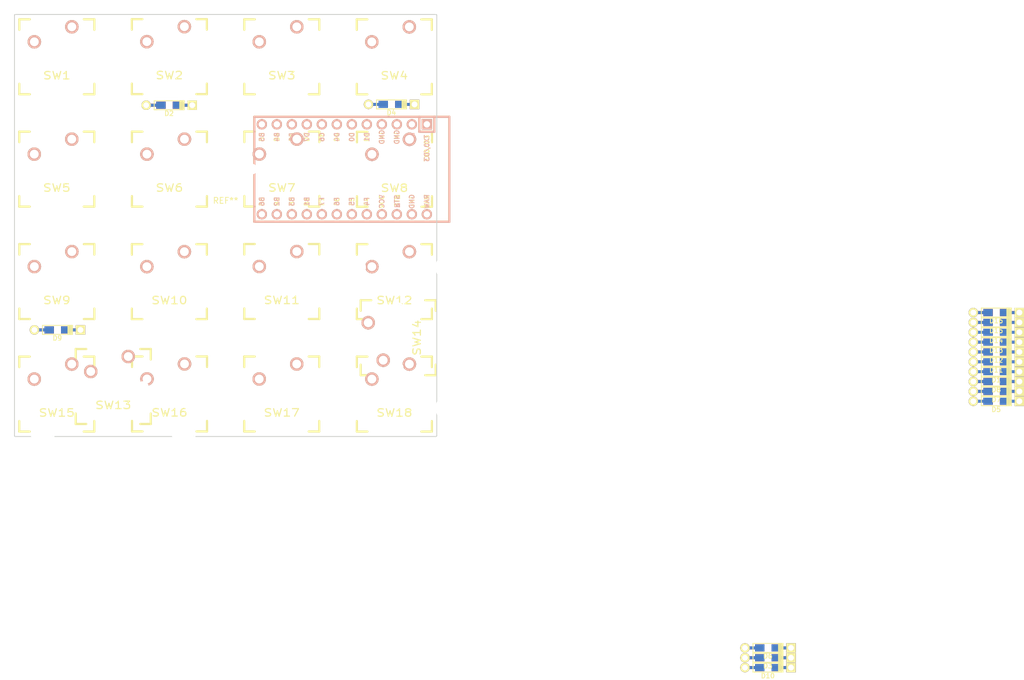
<source format=kicad_pcb>
(kicad_pcb (version 20171130) (host pcbnew "(5.0.2)-1")

  (general
    (thickness 1.6)
    (drawings 88)
    (tracks 0)
    (zones 0)
    (modules 36)
    (nets 26)
  )

  (page A4)
  (layers
    (0 F.Cu signal)
    (31 B.Cu signal)
    (32 B.Adhes user)
    (33 F.Adhes user)
    (34 B.Paste user)
    (35 F.Paste user)
    (36 B.SilkS user)
    (37 F.SilkS user)
    (38 B.Mask user)
    (39 F.Mask user)
    (40 Dwgs.User user)
    (41 Cmts.User user)
    (42 Eco1.User user)
    (43 Eco2.User user)
    (44 Edge.Cuts user)
    (45 Margin user)
    (46 B.CrtYd user)
    (47 F.CrtYd user)
    (48 B.Fab user)
    (49 F.Fab user)
  )

  (setup
    (last_trace_width 0.25)
    (trace_clearance 0.2)
    (zone_clearance 0.508)
    (zone_45_only no)
    (trace_min 0.2)
    (segment_width 0.2)
    (edge_width 0.15)
    (via_size 0.8)
    (via_drill 0.4)
    (via_min_size 0.4)
    (via_min_drill 0.3)
    (uvia_size 0.3)
    (uvia_drill 0.1)
    (uvias_allowed no)
    (uvia_min_size 0.2)
    (uvia_min_drill 0.1)
    (pcb_text_width 0.3)
    (pcb_text_size 1.5 1.5)
    (mod_edge_width 0.15)
    (mod_text_size 1 1)
    (mod_text_width 0.15)
    (pad_size 1.524 1.524)
    (pad_drill 0.762)
    (pad_to_mask_clearance 0.051)
    (solder_mask_min_width 0.25)
    (aux_axis_origin 0 0)
    (visible_elements 7FFFF7FF)
    (pcbplotparams
      (layerselection 0x010fc_ffffffff)
      (usegerberextensions false)
      (usegerberattributes false)
      (usegerberadvancedattributes false)
      (creategerberjobfile false)
      (excludeedgelayer true)
      (linewidth 0.100000)
      (plotframeref false)
      (viasonmask false)
      (mode 1)
      (useauxorigin false)
      (hpglpennumber 1)
      (hpglpenspeed 20)
      (hpglpendiameter 15.000000)
      (psnegative false)
      (psa4output false)
      (plotreference true)
      (plotvalue true)
      (plotinvisibletext false)
      (padsonsilk false)
      (subtractmaskfromsilk false)
      (outputformat 1)
      (mirror false)
      (drillshape 1)
      (scaleselection 1)
      (outputdirectory ""))
  )

  (net 0 "")
  (net 1 "Net-(D1-Pad2)")
  (net 2 /ROW0)
  (net 3 "Net-(D2-Pad2)")
  (net 4 "Net-(D3-Pad2)")
  (net 5 "Net-(D4-Pad2)")
  (net 6 "Net-(D5-Pad2)")
  (net 7 /ROW1)
  (net 8 "Net-(D6-Pad2)")
  (net 9 "Net-(D7-Pad2)")
  (net 10 "Net-(D8-Pad2)")
  (net 11 "Net-(D9-Pad2)")
  (net 12 /ROW2)
  (net 13 "Net-(D10-Pad2)")
  (net 14 "Net-(D11-Pad2)")
  (net 15 "Net-(D12-Pad2)")
  (net 16 /ROW3)
  (net 17 "Net-(D13-Pad2)")
  (net 18 "Net-(D14-Pad2)")
  (net 19 "Net-(D15-Pad2)")
  (net 20 "Net-(D16-Pad2)")
  (net 21 /COL0)
  (net 22 /COL1)
  (net 23 /COL2)
  (net 24 /COL3)
  (net 25 GND)

  (net_class Default "This is the default net class."
    (clearance 0.2)
    (trace_width 0.25)
    (via_dia 0.8)
    (via_drill 0.4)
    (uvia_dia 0.3)
    (uvia_drill 0.1)
    (add_net /COL0)
    (add_net /COL1)
    (add_net /COL2)
    (add_net /COL3)
    (add_net /ROW0)
    (add_net /ROW1)
    (add_net /ROW2)
    (add_net /ROW3)
    (add_net GND)
    (add_net "Net-(D1-Pad2)")
    (add_net "Net-(D10-Pad2)")
    (add_net "Net-(D11-Pad2)")
    (add_net "Net-(D12-Pad2)")
    (add_net "Net-(D13-Pad2)")
    (add_net "Net-(D14-Pad2)")
    (add_net "Net-(D15-Pad2)")
    (add_net "Net-(D16-Pad2)")
    (add_net "Net-(D2-Pad2)")
    (add_net "Net-(D3-Pad2)")
    (add_net "Net-(D4-Pad2)")
    (add_net "Net-(D5-Pad2)")
    (add_net "Net-(D6-Pad2)")
    (add_net "Net-(D7-Pad2)")
    (add_net "Net-(D8-Pad2)")
    (add_net "Net-(D9-Pad2)")
  )

  (module MountingHole:MountingHole_3.2mm_M3 (layer F.Cu) (tedit 56D1B4CB) (tstamp 5CE48887)
    (at 68.2625 66.9671)
    (descr "Mounting Hole 3.2mm, no annular, M3")
    (tags "mounting hole 3.2mm no annular m3")
    (attr virtual)
    (fp_text reference REF** (at 0 -4.2) (layer F.SilkS)
      (effects (font (size 1 1) (thickness 0.15)))
    )
    (fp_text value MountingHole_3.2mm_M3 (at 0 4.2) (layer F.Fab)
      (effects (font (size 1 1) (thickness 0.15)))
    )
    (fp_circle (center 0 0) (end 3.45 0) (layer F.CrtYd) (width 0.05))
    (fp_circle (center 0 0) (end 3.2 0) (layer Cmts.User) (width 0.15))
    (fp_text user %R (at 0.3 0) (layer F.Fab)
      (effects (font (size 1 1) (thickness 0.15)))
    )
    (pad 1 np_thru_hole circle (at 0 0) (size 3.2 3.2) (drill 3.2) (layers *.Cu *.Mask))
  )

  (module Keebio-Parts:Diode-dual (layer F.Cu) (tedit 5B7FFAB1) (tstamp 5CE4395A)
    (at 198.7572 91.748601)
    (path /5CD9984F)
    (attr smd)
    (fp_text reference D1 (at -0.0254 1.4) (layer F.SilkS)
      (effects (font (size 0.8 0.8) (thickness 0.15)))
    )
    (fp_text value D (at 0 -1.925) (layer F.SilkS) hide
      (effects (font (size 0.8 0.8) (thickness 0.15)))
    )
    (fp_line (start 1.778 0.762) (end 1.778 -0.762) (layer F.SilkS) (width 0.15))
    (fp_line (start 1.905 0.762) (end 1.905 -0.762) (layer F.SilkS) (width 0.15))
    (fp_line (start 2.032 -0.762) (end 2.032 0.762) (layer F.SilkS) (width 0.15))
    (fp_line (start 2.413 0.762) (end 2.413 -0.762) (layer F.SilkS) (width 0.15))
    (fp_line (start 2.286 -0.762) (end 2.286 0.762) (layer F.SilkS) (width 0.15))
    (fp_line (start 2.159 0.762) (end 2.159 -0.762) (layer F.SilkS) (width 0.15))
    (fp_line (start -2.54 0.762) (end -2.032 0.762) (layer F.SilkS) (width 0.15))
    (fp_line (start -2.54 -0.762) (end -2.54 0.762) (layer F.SilkS) (width 0.15))
    (fp_line (start 2.54 -0.762) (end -2.54 -0.762) (layer F.SilkS) (width 0.15))
    (fp_line (start 2.54 0.762) (end 2.54 -0.762) (layer F.SilkS) (width 0.15))
    (fp_line (start -2.54 0.762) (end 2.54 0.762) (layer F.SilkS) (width 0.15))
    (pad 2 smd rect (at -2.5 0) (size 2.9 0.5) (layers B.Cu)
      (net 1 "Net-(D1-Pad2)"))
    (pad 2 smd rect (at -1.4 0) (size 1.6 1.2) (layers B.Cu B.Paste B.Mask)
      (net 1 "Net-(D1-Pad2)"))
    (pad 1 smd rect (at 1.4 0) (size 1.6 1.2) (layers B.Cu B.Paste B.Mask)
      (net 2 /ROW0))
    (pad 1 smd rect (at 2.5 0) (size 2.9 0.5) (layers B.Cu)
      (net 2 /ROW0))
    (pad 1 smd rect (at 1.4 0) (size 1.6 1.2) (layers F.Cu F.Paste F.Mask)
      (net 2 /ROW0))
    (pad 2 smd rect (at -1.4 0) (size 1.6 1.2) (layers F.Cu F.Paste F.Mask)
      (net 1 "Net-(D1-Pad2)"))
    (pad 2 thru_hole circle (at -3.9 0) (size 1.6 1.6) (drill 1) (layers *.Cu *.Mask F.SilkS)
      (net 1 "Net-(D1-Pad2)"))
    (pad 1 thru_hole rect (at 3.9 0) (size 1.6 1.6) (drill 1) (layers *.Cu *.Mask F.SilkS)
      (net 2 /ROW0))
    (pad 2 smd rect (at -2.5 0) (size 2.9 0.5) (layers F.Cu)
      (net 1 "Net-(D1-Pad2)"))
    (pad 1 smd rect (at 2.5 0) (size 2.9 0.5) (layers F.Cu)
      (net 2 /ROW0))
    (model ${KISYS3DMOD}/Diodes_SMD.3dshapes/D_SOD-123.step
      (at (xyz 0 0 0))
      (scale (xyz 1 1 1))
      (rotate (xyz 0 0 0))
    )
  )

  (module Keebio-Parts:Diode-dual (layer F.Cu) (tedit 5B7FFAB1) (tstamp 5CE43973)
    (at 58.7121 46.5963)
    (path /5CD9A5E3)
    (attr smd)
    (fp_text reference D2 (at -0.0254 1.4) (layer F.SilkS)
      (effects (font (size 0.8 0.8) (thickness 0.15)))
    )
    (fp_text value D (at 0 -1.925) (layer F.SilkS) hide
      (effects (font (size 0.8 0.8) (thickness 0.15)))
    )
    (fp_line (start -2.54 0.762) (end 2.54 0.762) (layer F.SilkS) (width 0.15))
    (fp_line (start 2.54 0.762) (end 2.54 -0.762) (layer F.SilkS) (width 0.15))
    (fp_line (start 2.54 -0.762) (end -2.54 -0.762) (layer F.SilkS) (width 0.15))
    (fp_line (start -2.54 -0.762) (end -2.54 0.762) (layer F.SilkS) (width 0.15))
    (fp_line (start -2.54 0.762) (end -2.032 0.762) (layer F.SilkS) (width 0.15))
    (fp_line (start 2.159 0.762) (end 2.159 -0.762) (layer F.SilkS) (width 0.15))
    (fp_line (start 2.286 -0.762) (end 2.286 0.762) (layer F.SilkS) (width 0.15))
    (fp_line (start 2.413 0.762) (end 2.413 -0.762) (layer F.SilkS) (width 0.15))
    (fp_line (start 2.032 -0.762) (end 2.032 0.762) (layer F.SilkS) (width 0.15))
    (fp_line (start 1.905 0.762) (end 1.905 -0.762) (layer F.SilkS) (width 0.15))
    (fp_line (start 1.778 0.762) (end 1.778 -0.762) (layer F.SilkS) (width 0.15))
    (pad 1 smd rect (at 2.5 0) (size 2.9 0.5) (layers F.Cu)
      (net 2 /ROW0))
    (pad 2 smd rect (at -2.5 0) (size 2.9 0.5) (layers F.Cu)
      (net 3 "Net-(D2-Pad2)"))
    (pad 1 thru_hole rect (at 3.9 0) (size 1.6 1.6) (drill 1) (layers *.Cu *.Mask F.SilkS)
      (net 2 /ROW0))
    (pad 2 thru_hole circle (at -3.9 0) (size 1.6 1.6) (drill 1) (layers *.Cu *.Mask F.SilkS)
      (net 3 "Net-(D2-Pad2)"))
    (pad 2 smd rect (at -1.4 0) (size 1.6 1.2) (layers F.Cu F.Paste F.Mask)
      (net 3 "Net-(D2-Pad2)"))
    (pad 1 smd rect (at 1.4 0) (size 1.6 1.2) (layers F.Cu F.Paste F.Mask)
      (net 2 /ROW0))
    (pad 1 smd rect (at 2.5 0) (size 2.9 0.5) (layers B.Cu)
      (net 2 /ROW0))
    (pad 1 smd rect (at 1.4 0) (size 1.6 1.2) (layers B.Cu B.Paste B.Mask)
      (net 2 /ROW0))
    (pad 2 smd rect (at -1.4 0) (size 1.6 1.2) (layers B.Cu B.Paste B.Mask)
      (net 3 "Net-(D2-Pad2)"))
    (pad 2 smd rect (at -2.5 0) (size 2.9 0.5) (layers B.Cu)
      (net 3 "Net-(D2-Pad2)"))
    (model ${KISYS3DMOD}/Diodes_SMD.3dshapes/D_SOD-123.step
      (at (xyz 0 0 0))
      (scale (xyz 1 1 1))
      (rotate (xyz 0 0 0))
    )
  )

  (module Keebio-Parts:Diode-dual (layer F.Cu) (tedit 5B7FFAB1) (tstamp 5CE4398C)
    (at 160.0972 140.218601)
    (path /5CD9A629)
    (attr smd)
    (fp_text reference D3 (at -0.0254 1.4) (layer F.SilkS)
      (effects (font (size 0.8 0.8) (thickness 0.15)))
    )
    (fp_text value D (at 0 -1.925) (layer F.SilkS) hide
      (effects (font (size 0.8 0.8) (thickness 0.15)))
    )
    (fp_line (start 1.778 0.762) (end 1.778 -0.762) (layer F.SilkS) (width 0.15))
    (fp_line (start 1.905 0.762) (end 1.905 -0.762) (layer F.SilkS) (width 0.15))
    (fp_line (start 2.032 -0.762) (end 2.032 0.762) (layer F.SilkS) (width 0.15))
    (fp_line (start 2.413 0.762) (end 2.413 -0.762) (layer F.SilkS) (width 0.15))
    (fp_line (start 2.286 -0.762) (end 2.286 0.762) (layer F.SilkS) (width 0.15))
    (fp_line (start 2.159 0.762) (end 2.159 -0.762) (layer F.SilkS) (width 0.15))
    (fp_line (start -2.54 0.762) (end -2.032 0.762) (layer F.SilkS) (width 0.15))
    (fp_line (start -2.54 -0.762) (end -2.54 0.762) (layer F.SilkS) (width 0.15))
    (fp_line (start 2.54 -0.762) (end -2.54 -0.762) (layer F.SilkS) (width 0.15))
    (fp_line (start 2.54 0.762) (end 2.54 -0.762) (layer F.SilkS) (width 0.15))
    (fp_line (start -2.54 0.762) (end 2.54 0.762) (layer F.SilkS) (width 0.15))
    (pad 2 smd rect (at -2.5 0) (size 2.9 0.5) (layers B.Cu)
      (net 4 "Net-(D3-Pad2)"))
    (pad 2 smd rect (at -1.4 0) (size 1.6 1.2) (layers B.Cu B.Paste B.Mask)
      (net 4 "Net-(D3-Pad2)"))
    (pad 1 smd rect (at 1.4 0) (size 1.6 1.2) (layers B.Cu B.Paste B.Mask)
      (net 2 /ROW0))
    (pad 1 smd rect (at 2.5 0) (size 2.9 0.5) (layers B.Cu)
      (net 2 /ROW0))
    (pad 1 smd rect (at 1.4 0) (size 1.6 1.2) (layers F.Cu F.Paste F.Mask)
      (net 2 /ROW0))
    (pad 2 smd rect (at -1.4 0) (size 1.6 1.2) (layers F.Cu F.Paste F.Mask)
      (net 4 "Net-(D3-Pad2)"))
    (pad 2 thru_hole circle (at -3.9 0) (size 1.6 1.6) (drill 1) (layers *.Cu *.Mask F.SilkS)
      (net 4 "Net-(D3-Pad2)"))
    (pad 1 thru_hole rect (at 3.9 0) (size 1.6 1.6) (drill 1) (layers *.Cu *.Mask F.SilkS)
      (net 2 /ROW0))
    (pad 2 smd rect (at -2.5 0) (size 2.9 0.5) (layers F.Cu)
      (net 4 "Net-(D3-Pad2)"))
    (pad 1 smd rect (at 2.5 0) (size 2.9 0.5) (layers F.Cu)
      (net 2 /ROW0))
    (model ${KISYS3DMOD}/Diodes_SMD.3dshapes/D_SOD-123.step
      (at (xyz 0 0 0))
      (scale (xyz 1 1 1))
      (rotate (xyz 0 0 0))
    )
  )

  (module Keebio-Parts:Diode-dual (layer F.Cu) (tedit 5B7FFAB1) (tstamp 5CE439A5)
    (at 96.3538 46.4566)
    (path /5CD9A671)
    (attr smd)
    (fp_text reference D4 (at -0.0254 1.4) (layer F.SilkS)
      (effects (font (size 0.8 0.8) (thickness 0.15)))
    )
    (fp_text value D (at 0 -1.925) (layer F.SilkS) hide
      (effects (font (size 0.8 0.8) (thickness 0.15)))
    )
    (fp_line (start -2.54 0.762) (end 2.54 0.762) (layer F.SilkS) (width 0.15))
    (fp_line (start 2.54 0.762) (end 2.54 -0.762) (layer F.SilkS) (width 0.15))
    (fp_line (start 2.54 -0.762) (end -2.54 -0.762) (layer F.SilkS) (width 0.15))
    (fp_line (start -2.54 -0.762) (end -2.54 0.762) (layer F.SilkS) (width 0.15))
    (fp_line (start -2.54 0.762) (end -2.032 0.762) (layer F.SilkS) (width 0.15))
    (fp_line (start 2.159 0.762) (end 2.159 -0.762) (layer F.SilkS) (width 0.15))
    (fp_line (start 2.286 -0.762) (end 2.286 0.762) (layer F.SilkS) (width 0.15))
    (fp_line (start 2.413 0.762) (end 2.413 -0.762) (layer F.SilkS) (width 0.15))
    (fp_line (start 2.032 -0.762) (end 2.032 0.762) (layer F.SilkS) (width 0.15))
    (fp_line (start 1.905 0.762) (end 1.905 -0.762) (layer F.SilkS) (width 0.15))
    (fp_line (start 1.778 0.762) (end 1.778 -0.762) (layer F.SilkS) (width 0.15))
    (pad 1 smd rect (at 2.5 0) (size 2.9 0.5) (layers F.Cu)
      (net 2 /ROW0))
    (pad 2 smd rect (at -2.5 0) (size 2.9 0.5) (layers F.Cu)
      (net 5 "Net-(D4-Pad2)"))
    (pad 1 thru_hole rect (at 3.9 0) (size 1.6 1.6) (drill 1) (layers *.Cu *.Mask F.SilkS)
      (net 2 /ROW0))
    (pad 2 thru_hole circle (at -3.9 0) (size 1.6 1.6) (drill 1) (layers *.Cu *.Mask F.SilkS)
      (net 5 "Net-(D4-Pad2)"))
    (pad 2 smd rect (at -1.4 0) (size 1.6 1.2) (layers F.Cu F.Paste F.Mask)
      (net 5 "Net-(D4-Pad2)"))
    (pad 1 smd rect (at 1.4 0) (size 1.6 1.2) (layers F.Cu F.Paste F.Mask)
      (net 2 /ROW0))
    (pad 1 smd rect (at 2.5 0) (size 2.9 0.5) (layers B.Cu)
      (net 2 /ROW0))
    (pad 1 smd rect (at 1.4 0) (size 1.6 1.2) (layers B.Cu B.Paste B.Mask)
      (net 2 /ROW0))
    (pad 2 smd rect (at -1.4 0) (size 1.6 1.2) (layers B.Cu B.Paste B.Mask)
      (net 5 "Net-(D4-Pad2)"))
    (pad 2 smd rect (at -2.5 0) (size 2.9 0.5) (layers B.Cu)
      (net 5 "Net-(D4-Pad2)"))
    (model ${KISYS3DMOD}/Diodes_SMD.3dshapes/D_SOD-123.step
      (at (xyz 0 0 0))
      (scale (xyz 1 1 1))
      (rotate (xyz 0 0 0))
    )
  )

  (module Keebio-Parts:Diode-dual (layer F.Cu) (tedit 5B7FFAB1) (tstamp 5CE439BE)
    (at 198.7572 96.758601)
    (path /5CD9A87F)
    (attr smd)
    (fp_text reference D5 (at -0.0254 1.4) (layer F.SilkS)
      (effects (font (size 0.8 0.8) (thickness 0.15)))
    )
    (fp_text value D (at 0 -1.925) (layer F.SilkS) hide
      (effects (font (size 0.8 0.8) (thickness 0.15)))
    )
    (fp_line (start 1.778 0.762) (end 1.778 -0.762) (layer F.SilkS) (width 0.15))
    (fp_line (start 1.905 0.762) (end 1.905 -0.762) (layer F.SilkS) (width 0.15))
    (fp_line (start 2.032 -0.762) (end 2.032 0.762) (layer F.SilkS) (width 0.15))
    (fp_line (start 2.413 0.762) (end 2.413 -0.762) (layer F.SilkS) (width 0.15))
    (fp_line (start 2.286 -0.762) (end 2.286 0.762) (layer F.SilkS) (width 0.15))
    (fp_line (start 2.159 0.762) (end 2.159 -0.762) (layer F.SilkS) (width 0.15))
    (fp_line (start -2.54 0.762) (end -2.032 0.762) (layer F.SilkS) (width 0.15))
    (fp_line (start -2.54 -0.762) (end -2.54 0.762) (layer F.SilkS) (width 0.15))
    (fp_line (start 2.54 -0.762) (end -2.54 -0.762) (layer F.SilkS) (width 0.15))
    (fp_line (start 2.54 0.762) (end 2.54 -0.762) (layer F.SilkS) (width 0.15))
    (fp_line (start -2.54 0.762) (end 2.54 0.762) (layer F.SilkS) (width 0.15))
    (pad 2 smd rect (at -2.5 0) (size 2.9 0.5) (layers B.Cu)
      (net 6 "Net-(D5-Pad2)"))
    (pad 2 smd rect (at -1.4 0) (size 1.6 1.2) (layers B.Cu B.Paste B.Mask)
      (net 6 "Net-(D5-Pad2)"))
    (pad 1 smd rect (at 1.4 0) (size 1.6 1.2) (layers B.Cu B.Paste B.Mask)
      (net 7 /ROW1))
    (pad 1 smd rect (at 2.5 0) (size 2.9 0.5) (layers B.Cu)
      (net 7 /ROW1))
    (pad 1 smd rect (at 1.4 0) (size 1.6 1.2) (layers F.Cu F.Paste F.Mask)
      (net 7 /ROW1))
    (pad 2 smd rect (at -1.4 0) (size 1.6 1.2) (layers F.Cu F.Paste F.Mask)
      (net 6 "Net-(D5-Pad2)"))
    (pad 2 thru_hole circle (at -3.9 0) (size 1.6 1.6) (drill 1) (layers *.Cu *.Mask F.SilkS)
      (net 6 "Net-(D5-Pad2)"))
    (pad 1 thru_hole rect (at 3.9 0) (size 1.6 1.6) (drill 1) (layers *.Cu *.Mask F.SilkS)
      (net 7 /ROW1))
    (pad 2 smd rect (at -2.5 0) (size 2.9 0.5) (layers F.Cu)
      (net 6 "Net-(D5-Pad2)"))
    (pad 1 smd rect (at 2.5 0) (size 2.9 0.5) (layers F.Cu)
      (net 7 /ROW1))
    (model ${KISYS3DMOD}/Diodes_SMD.3dshapes/D_SOD-123.step
      (at (xyz 0 0 0))
      (scale (xyz 1 1 1))
      (rotate (xyz 0 0 0))
    )
  )

  (module Keebio-Parts:Diode-dual (layer F.Cu) (tedit 5B7FFAB1) (tstamp 5CE439D7)
    (at 160.0972 138.548601)
    (path /5CD9A8C3)
    (attr smd)
    (fp_text reference D6 (at -0.0254 1.4) (layer F.SilkS)
      (effects (font (size 0.8 0.8) (thickness 0.15)))
    )
    (fp_text value D (at 0 -1.925) (layer F.SilkS) hide
      (effects (font (size 0.8 0.8) (thickness 0.15)))
    )
    (fp_line (start -2.54 0.762) (end 2.54 0.762) (layer F.SilkS) (width 0.15))
    (fp_line (start 2.54 0.762) (end 2.54 -0.762) (layer F.SilkS) (width 0.15))
    (fp_line (start 2.54 -0.762) (end -2.54 -0.762) (layer F.SilkS) (width 0.15))
    (fp_line (start -2.54 -0.762) (end -2.54 0.762) (layer F.SilkS) (width 0.15))
    (fp_line (start -2.54 0.762) (end -2.032 0.762) (layer F.SilkS) (width 0.15))
    (fp_line (start 2.159 0.762) (end 2.159 -0.762) (layer F.SilkS) (width 0.15))
    (fp_line (start 2.286 -0.762) (end 2.286 0.762) (layer F.SilkS) (width 0.15))
    (fp_line (start 2.413 0.762) (end 2.413 -0.762) (layer F.SilkS) (width 0.15))
    (fp_line (start 2.032 -0.762) (end 2.032 0.762) (layer F.SilkS) (width 0.15))
    (fp_line (start 1.905 0.762) (end 1.905 -0.762) (layer F.SilkS) (width 0.15))
    (fp_line (start 1.778 0.762) (end 1.778 -0.762) (layer F.SilkS) (width 0.15))
    (pad 1 smd rect (at 2.5 0) (size 2.9 0.5) (layers F.Cu)
      (net 7 /ROW1))
    (pad 2 smd rect (at -2.5 0) (size 2.9 0.5) (layers F.Cu)
      (net 8 "Net-(D6-Pad2)"))
    (pad 1 thru_hole rect (at 3.9 0) (size 1.6 1.6) (drill 1) (layers *.Cu *.Mask F.SilkS)
      (net 7 /ROW1))
    (pad 2 thru_hole circle (at -3.9 0) (size 1.6 1.6) (drill 1) (layers *.Cu *.Mask F.SilkS)
      (net 8 "Net-(D6-Pad2)"))
    (pad 2 smd rect (at -1.4 0) (size 1.6 1.2) (layers F.Cu F.Paste F.Mask)
      (net 8 "Net-(D6-Pad2)"))
    (pad 1 smd rect (at 1.4 0) (size 1.6 1.2) (layers F.Cu F.Paste F.Mask)
      (net 7 /ROW1))
    (pad 1 smd rect (at 2.5 0) (size 2.9 0.5) (layers B.Cu)
      (net 7 /ROW1))
    (pad 1 smd rect (at 1.4 0) (size 1.6 1.2) (layers B.Cu B.Paste B.Mask)
      (net 7 /ROW1))
    (pad 2 smd rect (at -1.4 0) (size 1.6 1.2) (layers B.Cu B.Paste B.Mask)
      (net 8 "Net-(D6-Pad2)"))
    (pad 2 smd rect (at -2.5 0) (size 2.9 0.5) (layers B.Cu)
      (net 8 "Net-(D6-Pad2)"))
    (model ${KISYS3DMOD}/Diodes_SMD.3dshapes/D_SOD-123.step
      (at (xyz 0 0 0))
      (scale (xyz 1 1 1))
      (rotate (xyz 0 0 0))
    )
  )

  (module Keebio-Parts:Diode-dual (layer F.Cu) (tedit 5B7FFAB1) (tstamp 5CE439F0)
    (at 198.7572 95.088601)
    (path /5CD9A909)
    (attr smd)
    (fp_text reference D7 (at -0.0254 1.4) (layer F.SilkS)
      (effects (font (size 0.8 0.8) (thickness 0.15)))
    )
    (fp_text value D (at 0 -1.925) (layer F.SilkS) hide
      (effects (font (size 0.8 0.8) (thickness 0.15)))
    )
    (fp_line (start 1.778 0.762) (end 1.778 -0.762) (layer F.SilkS) (width 0.15))
    (fp_line (start 1.905 0.762) (end 1.905 -0.762) (layer F.SilkS) (width 0.15))
    (fp_line (start 2.032 -0.762) (end 2.032 0.762) (layer F.SilkS) (width 0.15))
    (fp_line (start 2.413 0.762) (end 2.413 -0.762) (layer F.SilkS) (width 0.15))
    (fp_line (start 2.286 -0.762) (end 2.286 0.762) (layer F.SilkS) (width 0.15))
    (fp_line (start 2.159 0.762) (end 2.159 -0.762) (layer F.SilkS) (width 0.15))
    (fp_line (start -2.54 0.762) (end -2.032 0.762) (layer F.SilkS) (width 0.15))
    (fp_line (start -2.54 -0.762) (end -2.54 0.762) (layer F.SilkS) (width 0.15))
    (fp_line (start 2.54 -0.762) (end -2.54 -0.762) (layer F.SilkS) (width 0.15))
    (fp_line (start 2.54 0.762) (end 2.54 -0.762) (layer F.SilkS) (width 0.15))
    (fp_line (start -2.54 0.762) (end 2.54 0.762) (layer F.SilkS) (width 0.15))
    (pad 2 smd rect (at -2.5 0) (size 2.9 0.5) (layers B.Cu)
      (net 9 "Net-(D7-Pad2)"))
    (pad 2 smd rect (at -1.4 0) (size 1.6 1.2) (layers B.Cu B.Paste B.Mask)
      (net 9 "Net-(D7-Pad2)"))
    (pad 1 smd rect (at 1.4 0) (size 1.6 1.2) (layers B.Cu B.Paste B.Mask)
      (net 7 /ROW1))
    (pad 1 smd rect (at 2.5 0) (size 2.9 0.5) (layers B.Cu)
      (net 7 /ROW1))
    (pad 1 smd rect (at 1.4 0) (size 1.6 1.2) (layers F.Cu F.Paste F.Mask)
      (net 7 /ROW1))
    (pad 2 smd rect (at -1.4 0) (size 1.6 1.2) (layers F.Cu F.Paste F.Mask)
      (net 9 "Net-(D7-Pad2)"))
    (pad 2 thru_hole circle (at -3.9 0) (size 1.6 1.6) (drill 1) (layers *.Cu *.Mask F.SilkS)
      (net 9 "Net-(D7-Pad2)"))
    (pad 1 thru_hole rect (at 3.9 0) (size 1.6 1.6) (drill 1) (layers *.Cu *.Mask F.SilkS)
      (net 7 /ROW1))
    (pad 2 smd rect (at -2.5 0) (size 2.9 0.5) (layers F.Cu)
      (net 9 "Net-(D7-Pad2)"))
    (pad 1 smd rect (at 2.5 0) (size 2.9 0.5) (layers F.Cu)
      (net 7 /ROW1))
    (model ${KISYS3DMOD}/Diodes_SMD.3dshapes/D_SOD-123.step
      (at (xyz 0 0 0))
      (scale (xyz 1 1 1))
      (rotate (xyz 0 0 0))
    )
  )

  (module Keebio-Parts:Diode-dual (layer F.Cu) (tedit 5B7FFAB1) (tstamp 5CE43A09)
    (at 198.7572 93.418601)
    (path /5CD9A951)
    (attr smd)
    (fp_text reference D8 (at -0.0254 1.4) (layer F.SilkS)
      (effects (font (size 0.8 0.8) (thickness 0.15)))
    )
    (fp_text value D (at 0 -1.925) (layer F.SilkS) hide
      (effects (font (size 0.8 0.8) (thickness 0.15)))
    )
    (fp_line (start -2.54 0.762) (end 2.54 0.762) (layer F.SilkS) (width 0.15))
    (fp_line (start 2.54 0.762) (end 2.54 -0.762) (layer F.SilkS) (width 0.15))
    (fp_line (start 2.54 -0.762) (end -2.54 -0.762) (layer F.SilkS) (width 0.15))
    (fp_line (start -2.54 -0.762) (end -2.54 0.762) (layer F.SilkS) (width 0.15))
    (fp_line (start -2.54 0.762) (end -2.032 0.762) (layer F.SilkS) (width 0.15))
    (fp_line (start 2.159 0.762) (end 2.159 -0.762) (layer F.SilkS) (width 0.15))
    (fp_line (start 2.286 -0.762) (end 2.286 0.762) (layer F.SilkS) (width 0.15))
    (fp_line (start 2.413 0.762) (end 2.413 -0.762) (layer F.SilkS) (width 0.15))
    (fp_line (start 2.032 -0.762) (end 2.032 0.762) (layer F.SilkS) (width 0.15))
    (fp_line (start 1.905 0.762) (end 1.905 -0.762) (layer F.SilkS) (width 0.15))
    (fp_line (start 1.778 0.762) (end 1.778 -0.762) (layer F.SilkS) (width 0.15))
    (pad 1 smd rect (at 2.5 0) (size 2.9 0.5) (layers F.Cu)
      (net 7 /ROW1))
    (pad 2 smd rect (at -2.5 0) (size 2.9 0.5) (layers F.Cu)
      (net 10 "Net-(D8-Pad2)"))
    (pad 1 thru_hole rect (at 3.9 0) (size 1.6 1.6) (drill 1) (layers *.Cu *.Mask F.SilkS)
      (net 7 /ROW1))
    (pad 2 thru_hole circle (at -3.9 0) (size 1.6 1.6) (drill 1) (layers *.Cu *.Mask F.SilkS)
      (net 10 "Net-(D8-Pad2)"))
    (pad 2 smd rect (at -1.4 0) (size 1.6 1.2) (layers F.Cu F.Paste F.Mask)
      (net 10 "Net-(D8-Pad2)"))
    (pad 1 smd rect (at 1.4 0) (size 1.6 1.2) (layers F.Cu F.Paste F.Mask)
      (net 7 /ROW1))
    (pad 1 smd rect (at 2.5 0) (size 2.9 0.5) (layers B.Cu)
      (net 7 /ROW1))
    (pad 1 smd rect (at 1.4 0) (size 1.6 1.2) (layers B.Cu B.Paste B.Mask)
      (net 7 /ROW1))
    (pad 2 smd rect (at -1.4 0) (size 1.6 1.2) (layers B.Cu B.Paste B.Mask)
      (net 10 "Net-(D8-Pad2)"))
    (pad 2 smd rect (at -2.5 0) (size 2.9 0.5) (layers B.Cu)
      (net 10 "Net-(D8-Pad2)"))
    (model ${KISYS3DMOD}/Diodes_SMD.3dshapes/D_SOD-123.step
      (at (xyz 0 0 0))
      (scale (xyz 1 1 1))
      (rotate (xyz 0 0 0))
    )
  )

  (module Keebio-Parts:Diode-dual (layer F.Cu) (tedit 5B7FFAB1) (tstamp 5CE43A22)
    (at 39.788 84.6709)
    (path /5CD9A9DB)
    (attr smd)
    (fp_text reference D9 (at -0.0254 1.4) (layer F.SilkS)
      (effects (font (size 0.8 0.8) (thickness 0.15)))
    )
    (fp_text value D (at 0 -1.925) (layer F.SilkS) hide
      (effects (font (size 0.8 0.8) (thickness 0.15)))
    )
    (fp_line (start 1.778 0.762) (end 1.778 -0.762) (layer F.SilkS) (width 0.15))
    (fp_line (start 1.905 0.762) (end 1.905 -0.762) (layer F.SilkS) (width 0.15))
    (fp_line (start 2.032 -0.762) (end 2.032 0.762) (layer F.SilkS) (width 0.15))
    (fp_line (start 2.413 0.762) (end 2.413 -0.762) (layer F.SilkS) (width 0.15))
    (fp_line (start 2.286 -0.762) (end 2.286 0.762) (layer F.SilkS) (width 0.15))
    (fp_line (start 2.159 0.762) (end 2.159 -0.762) (layer F.SilkS) (width 0.15))
    (fp_line (start -2.54 0.762) (end -2.032 0.762) (layer F.SilkS) (width 0.15))
    (fp_line (start -2.54 -0.762) (end -2.54 0.762) (layer F.SilkS) (width 0.15))
    (fp_line (start 2.54 -0.762) (end -2.54 -0.762) (layer F.SilkS) (width 0.15))
    (fp_line (start 2.54 0.762) (end 2.54 -0.762) (layer F.SilkS) (width 0.15))
    (fp_line (start -2.54 0.762) (end 2.54 0.762) (layer F.SilkS) (width 0.15))
    (pad 2 smd rect (at -2.5 0) (size 2.9 0.5) (layers B.Cu)
      (net 11 "Net-(D9-Pad2)"))
    (pad 2 smd rect (at -1.4 0) (size 1.6 1.2) (layers B.Cu B.Paste B.Mask)
      (net 11 "Net-(D9-Pad2)"))
    (pad 1 smd rect (at 1.4 0) (size 1.6 1.2) (layers B.Cu B.Paste B.Mask)
      (net 12 /ROW2))
    (pad 1 smd rect (at 2.5 0) (size 2.9 0.5) (layers B.Cu)
      (net 12 /ROW2))
    (pad 1 smd rect (at 1.4 0) (size 1.6 1.2) (layers F.Cu F.Paste F.Mask)
      (net 12 /ROW2))
    (pad 2 smd rect (at -1.4 0) (size 1.6 1.2) (layers F.Cu F.Paste F.Mask)
      (net 11 "Net-(D9-Pad2)"))
    (pad 2 thru_hole circle (at -3.9 0) (size 1.6 1.6) (drill 1) (layers *.Cu *.Mask F.SilkS)
      (net 11 "Net-(D9-Pad2)"))
    (pad 1 thru_hole rect (at 3.9 0) (size 1.6 1.6) (drill 1) (layers *.Cu *.Mask F.SilkS)
      (net 12 /ROW2))
    (pad 2 smd rect (at -2.5 0) (size 2.9 0.5) (layers F.Cu)
      (net 11 "Net-(D9-Pad2)"))
    (pad 1 smd rect (at 2.5 0) (size 2.9 0.5) (layers F.Cu)
      (net 12 /ROW2))
    (model ${KISYS3DMOD}/Diodes_SMD.3dshapes/D_SOD-123.step
      (at (xyz 0 0 0))
      (scale (xyz 1 1 1))
      (rotate (xyz 0 0 0))
    )
  )

  (module Keebio-Parts:Diode-dual (layer F.Cu) (tedit 5B7FFAB1) (tstamp 5CE43A3B)
    (at 160.0972 141.888601)
    (path /5CD9AA2B)
    (attr smd)
    (fp_text reference D10 (at -0.0254 1.4) (layer F.SilkS)
      (effects (font (size 0.8 0.8) (thickness 0.15)))
    )
    (fp_text value D (at 0 -1.925) (layer F.SilkS) hide
      (effects (font (size 0.8 0.8) (thickness 0.15)))
    )
    (fp_line (start -2.54 0.762) (end 2.54 0.762) (layer F.SilkS) (width 0.15))
    (fp_line (start 2.54 0.762) (end 2.54 -0.762) (layer F.SilkS) (width 0.15))
    (fp_line (start 2.54 -0.762) (end -2.54 -0.762) (layer F.SilkS) (width 0.15))
    (fp_line (start -2.54 -0.762) (end -2.54 0.762) (layer F.SilkS) (width 0.15))
    (fp_line (start -2.54 0.762) (end -2.032 0.762) (layer F.SilkS) (width 0.15))
    (fp_line (start 2.159 0.762) (end 2.159 -0.762) (layer F.SilkS) (width 0.15))
    (fp_line (start 2.286 -0.762) (end 2.286 0.762) (layer F.SilkS) (width 0.15))
    (fp_line (start 2.413 0.762) (end 2.413 -0.762) (layer F.SilkS) (width 0.15))
    (fp_line (start 2.032 -0.762) (end 2.032 0.762) (layer F.SilkS) (width 0.15))
    (fp_line (start 1.905 0.762) (end 1.905 -0.762) (layer F.SilkS) (width 0.15))
    (fp_line (start 1.778 0.762) (end 1.778 -0.762) (layer F.SilkS) (width 0.15))
    (pad 1 smd rect (at 2.5 0) (size 2.9 0.5) (layers F.Cu)
      (net 12 /ROW2))
    (pad 2 smd rect (at -2.5 0) (size 2.9 0.5) (layers F.Cu)
      (net 13 "Net-(D10-Pad2)"))
    (pad 1 thru_hole rect (at 3.9 0) (size 1.6 1.6) (drill 1) (layers *.Cu *.Mask F.SilkS)
      (net 12 /ROW2))
    (pad 2 thru_hole circle (at -3.9 0) (size 1.6 1.6) (drill 1) (layers *.Cu *.Mask F.SilkS)
      (net 13 "Net-(D10-Pad2)"))
    (pad 2 smd rect (at -1.4 0) (size 1.6 1.2) (layers F.Cu F.Paste F.Mask)
      (net 13 "Net-(D10-Pad2)"))
    (pad 1 smd rect (at 1.4 0) (size 1.6 1.2) (layers F.Cu F.Paste F.Mask)
      (net 12 /ROW2))
    (pad 1 smd rect (at 2.5 0) (size 2.9 0.5) (layers B.Cu)
      (net 12 /ROW2))
    (pad 1 smd rect (at 1.4 0) (size 1.6 1.2) (layers B.Cu B.Paste B.Mask)
      (net 12 /ROW2))
    (pad 2 smd rect (at -1.4 0) (size 1.6 1.2) (layers B.Cu B.Paste B.Mask)
      (net 13 "Net-(D10-Pad2)"))
    (pad 2 smd rect (at -2.5 0) (size 2.9 0.5) (layers B.Cu)
      (net 13 "Net-(D10-Pad2)"))
    (model ${KISYS3DMOD}/Diodes_SMD.3dshapes/D_SOD-123.step
      (at (xyz 0 0 0))
      (scale (xyz 1 1 1))
      (rotate (xyz 0 0 0))
    )
  )

  (module Keebio-Parts:Diode-dual (layer F.Cu) (tedit 5B7FFAB1) (tstamp 5CE43A54)
    (at 198.7572 90.078601)
    (path /5CD9AA75)
    (attr smd)
    (fp_text reference D11 (at -0.0254 1.4) (layer F.SilkS)
      (effects (font (size 0.8 0.8) (thickness 0.15)))
    )
    (fp_text value D (at 0 -1.925) (layer F.SilkS) hide
      (effects (font (size 0.8 0.8) (thickness 0.15)))
    )
    (fp_line (start 1.778 0.762) (end 1.778 -0.762) (layer F.SilkS) (width 0.15))
    (fp_line (start 1.905 0.762) (end 1.905 -0.762) (layer F.SilkS) (width 0.15))
    (fp_line (start 2.032 -0.762) (end 2.032 0.762) (layer F.SilkS) (width 0.15))
    (fp_line (start 2.413 0.762) (end 2.413 -0.762) (layer F.SilkS) (width 0.15))
    (fp_line (start 2.286 -0.762) (end 2.286 0.762) (layer F.SilkS) (width 0.15))
    (fp_line (start 2.159 0.762) (end 2.159 -0.762) (layer F.SilkS) (width 0.15))
    (fp_line (start -2.54 0.762) (end -2.032 0.762) (layer F.SilkS) (width 0.15))
    (fp_line (start -2.54 -0.762) (end -2.54 0.762) (layer F.SilkS) (width 0.15))
    (fp_line (start 2.54 -0.762) (end -2.54 -0.762) (layer F.SilkS) (width 0.15))
    (fp_line (start 2.54 0.762) (end 2.54 -0.762) (layer F.SilkS) (width 0.15))
    (fp_line (start -2.54 0.762) (end 2.54 0.762) (layer F.SilkS) (width 0.15))
    (pad 2 smd rect (at -2.5 0) (size 2.9 0.5) (layers B.Cu)
      (net 14 "Net-(D11-Pad2)"))
    (pad 2 smd rect (at -1.4 0) (size 1.6 1.2) (layers B.Cu B.Paste B.Mask)
      (net 14 "Net-(D11-Pad2)"))
    (pad 1 smd rect (at 1.4 0) (size 1.6 1.2) (layers B.Cu B.Paste B.Mask)
      (net 12 /ROW2))
    (pad 1 smd rect (at 2.5 0) (size 2.9 0.5) (layers B.Cu)
      (net 12 /ROW2))
    (pad 1 smd rect (at 1.4 0) (size 1.6 1.2) (layers F.Cu F.Paste F.Mask)
      (net 12 /ROW2))
    (pad 2 smd rect (at -1.4 0) (size 1.6 1.2) (layers F.Cu F.Paste F.Mask)
      (net 14 "Net-(D11-Pad2)"))
    (pad 2 thru_hole circle (at -3.9 0) (size 1.6 1.6) (drill 1) (layers *.Cu *.Mask F.SilkS)
      (net 14 "Net-(D11-Pad2)"))
    (pad 1 thru_hole rect (at 3.9 0) (size 1.6 1.6) (drill 1) (layers *.Cu *.Mask F.SilkS)
      (net 12 /ROW2))
    (pad 2 smd rect (at -2.5 0) (size 2.9 0.5) (layers F.Cu)
      (net 14 "Net-(D11-Pad2)"))
    (pad 1 smd rect (at 2.5 0) (size 2.9 0.5) (layers F.Cu)
      (net 12 /ROW2))
    (model ${KISYS3DMOD}/Diodes_SMD.3dshapes/D_SOD-123.step
      (at (xyz 0 0 0))
      (scale (xyz 1 1 1))
      (rotate (xyz 0 0 0))
    )
  )

  (module Keebio-Parts:Diode-dual (layer F.Cu) (tedit 5B7FFAB1) (tstamp 5CE43A6D)
    (at 198.7572 88.408601)
    (path /5CD9AAC5)
    (attr smd)
    (fp_text reference D12 (at -0.0254 1.4) (layer F.SilkS)
      (effects (font (size 0.8 0.8) (thickness 0.15)))
    )
    (fp_text value D (at 0 -1.925) (layer F.SilkS) hide
      (effects (font (size 0.8 0.8) (thickness 0.15)))
    )
    (fp_line (start -2.54 0.762) (end 2.54 0.762) (layer F.SilkS) (width 0.15))
    (fp_line (start 2.54 0.762) (end 2.54 -0.762) (layer F.SilkS) (width 0.15))
    (fp_line (start 2.54 -0.762) (end -2.54 -0.762) (layer F.SilkS) (width 0.15))
    (fp_line (start -2.54 -0.762) (end -2.54 0.762) (layer F.SilkS) (width 0.15))
    (fp_line (start -2.54 0.762) (end -2.032 0.762) (layer F.SilkS) (width 0.15))
    (fp_line (start 2.159 0.762) (end 2.159 -0.762) (layer F.SilkS) (width 0.15))
    (fp_line (start 2.286 -0.762) (end 2.286 0.762) (layer F.SilkS) (width 0.15))
    (fp_line (start 2.413 0.762) (end 2.413 -0.762) (layer F.SilkS) (width 0.15))
    (fp_line (start 2.032 -0.762) (end 2.032 0.762) (layer F.SilkS) (width 0.15))
    (fp_line (start 1.905 0.762) (end 1.905 -0.762) (layer F.SilkS) (width 0.15))
    (fp_line (start 1.778 0.762) (end 1.778 -0.762) (layer F.SilkS) (width 0.15))
    (pad 1 smd rect (at 2.5 0) (size 2.9 0.5) (layers F.Cu)
      (net 12 /ROW2))
    (pad 2 smd rect (at -2.5 0) (size 2.9 0.5) (layers F.Cu)
      (net 15 "Net-(D12-Pad2)"))
    (pad 1 thru_hole rect (at 3.9 0) (size 1.6 1.6) (drill 1) (layers *.Cu *.Mask F.SilkS)
      (net 12 /ROW2))
    (pad 2 thru_hole circle (at -3.9 0) (size 1.6 1.6) (drill 1) (layers *.Cu *.Mask F.SilkS)
      (net 15 "Net-(D12-Pad2)"))
    (pad 2 smd rect (at -1.4 0) (size 1.6 1.2) (layers F.Cu F.Paste F.Mask)
      (net 15 "Net-(D12-Pad2)"))
    (pad 1 smd rect (at 1.4 0) (size 1.6 1.2) (layers F.Cu F.Paste F.Mask)
      (net 12 /ROW2))
    (pad 1 smd rect (at 2.5 0) (size 2.9 0.5) (layers B.Cu)
      (net 12 /ROW2))
    (pad 1 smd rect (at 1.4 0) (size 1.6 1.2) (layers B.Cu B.Paste B.Mask)
      (net 12 /ROW2))
    (pad 2 smd rect (at -1.4 0) (size 1.6 1.2) (layers B.Cu B.Paste B.Mask)
      (net 15 "Net-(D12-Pad2)"))
    (pad 2 smd rect (at -2.5 0) (size 2.9 0.5) (layers B.Cu)
      (net 15 "Net-(D12-Pad2)"))
    (model ${KISYS3DMOD}/Diodes_SMD.3dshapes/D_SOD-123.step
      (at (xyz 0 0 0))
      (scale (xyz 1 1 1))
      (rotate (xyz 0 0 0))
    )
  )

  (module Keebio-Parts:Diode-dual (layer F.Cu) (tedit 5B7FFAB1) (tstamp 5CE43A86)
    (at 198.7572 86.738601)
    (path /5CD9B023)
    (attr smd)
    (fp_text reference D13 (at -0.0254 1.4) (layer F.SilkS)
      (effects (font (size 0.8 0.8) (thickness 0.15)))
    )
    (fp_text value D (at 0 -1.925) (layer F.SilkS) hide
      (effects (font (size 0.8 0.8) (thickness 0.15)))
    )
    (fp_line (start -2.54 0.762) (end 2.54 0.762) (layer F.SilkS) (width 0.15))
    (fp_line (start 2.54 0.762) (end 2.54 -0.762) (layer F.SilkS) (width 0.15))
    (fp_line (start 2.54 -0.762) (end -2.54 -0.762) (layer F.SilkS) (width 0.15))
    (fp_line (start -2.54 -0.762) (end -2.54 0.762) (layer F.SilkS) (width 0.15))
    (fp_line (start -2.54 0.762) (end -2.032 0.762) (layer F.SilkS) (width 0.15))
    (fp_line (start 2.159 0.762) (end 2.159 -0.762) (layer F.SilkS) (width 0.15))
    (fp_line (start 2.286 -0.762) (end 2.286 0.762) (layer F.SilkS) (width 0.15))
    (fp_line (start 2.413 0.762) (end 2.413 -0.762) (layer F.SilkS) (width 0.15))
    (fp_line (start 2.032 -0.762) (end 2.032 0.762) (layer F.SilkS) (width 0.15))
    (fp_line (start 1.905 0.762) (end 1.905 -0.762) (layer F.SilkS) (width 0.15))
    (fp_line (start 1.778 0.762) (end 1.778 -0.762) (layer F.SilkS) (width 0.15))
    (pad 1 smd rect (at 2.5 0) (size 2.9 0.5) (layers F.Cu)
      (net 16 /ROW3))
    (pad 2 smd rect (at -2.5 0) (size 2.9 0.5) (layers F.Cu)
      (net 17 "Net-(D13-Pad2)"))
    (pad 1 thru_hole rect (at 3.9 0) (size 1.6 1.6) (drill 1) (layers *.Cu *.Mask F.SilkS)
      (net 16 /ROW3))
    (pad 2 thru_hole circle (at -3.9 0) (size 1.6 1.6) (drill 1) (layers *.Cu *.Mask F.SilkS)
      (net 17 "Net-(D13-Pad2)"))
    (pad 2 smd rect (at -1.4 0) (size 1.6 1.2) (layers F.Cu F.Paste F.Mask)
      (net 17 "Net-(D13-Pad2)"))
    (pad 1 smd rect (at 1.4 0) (size 1.6 1.2) (layers F.Cu F.Paste F.Mask)
      (net 16 /ROW3))
    (pad 1 smd rect (at 2.5 0) (size 2.9 0.5) (layers B.Cu)
      (net 16 /ROW3))
    (pad 1 smd rect (at 1.4 0) (size 1.6 1.2) (layers B.Cu B.Paste B.Mask)
      (net 16 /ROW3))
    (pad 2 smd rect (at -1.4 0) (size 1.6 1.2) (layers B.Cu B.Paste B.Mask)
      (net 17 "Net-(D13-Pad2)"))
    (pad 2 smd rect (at -2.5 0) (size 2.9 0.5) (layers B.Cu)
      (net 17 "Net-(D13-Pad2)"))
    (model ${KISYS3DMOD}/Diodes_SMD.3dshapes/D_SOD-123.step
      (at (xyz 0 0 0))
      (scale (xyz 1 1 1))
      (rotate (xyz 0 0 0))
    )
  )

  (module Keebio-Parts:Diode-dual (layer F.Cu) (tedit 5B7FFAB1) (tstamp 5CE43A9F)
    (at 198.7572 85.068601)
    (path /5CD9B031)
    (attr smd)
    (fp_text reference D14 (at -0.0254 1.4) (layer F.SilkS)
      (effects (font (size 0.8 0.8) (thickness 0.15)))
    )
    (fp_text value D (at 0 -1.925) (layer F.SilkS) hide
      (effects (font (size 0.8 0.8) (thickness 0.15)))
    )
    (fp_line (start -2.54 0.762) (end 2.54 0.762) (layer F.SilkS) (width 0.15))
    (fp_line (start 2.54 0.762) (end 2.54 -0.762) (layer F.SilkS) (width 0.15))
    (fp_line (start 2.54 -0.762) (end -2.54 -0.762) (layer F.SilkS) (width 0.15))
    (fp_line (start -2.54 -0.762) (end -2.54 0.762) (layer F.SilkS) (width 0.15))
    (fp_line (start -2.54 0.762) (end -2.032 0.762) (layer F.SilkS) (width 0.15))
    (fp_line (start 2.159 0.762) (end 2.159 -0.762) (layer F.SilkS) (width 0.15))
    (fp_line (start 2.286 -0.762) (end 2.286 0.762) (layer F.SilkS) (width 0.15))
    (fp_line (start 2.413 0.762) (end 2.413 -0.762) (layer F.SilkS) (width 0.15))
    (fp_line (start 2.032 -0.762) (end 2.032 0.762) (layer F.SilkS) (width 0.15))
    (fp_line (start 1.905 0.762) (end 1.905 -0.762) (layer F.SilkS) (width 0.15))
    (fp_line (start 1.778 0.762) (end 1.778 -0.762) (layer F.SilkS) (width 0.15))
    (pad 1 smd rect (at 2.5 0) (size 2.9 0.5) (layers F.Cu)
      (net 16 /ROW3))
    (pad 2 smd rect (at -2.5 0) (size 2.9 0.5) (layers F.Cu)
      (net 18 "Net-(D14-Pad2)"))
    (pad 1 thru_hole rect (at 3.9 0) (size 1.6 1.6) (drill 1) (layers *.Cu *.Mask F.SilkS)
      (net 16 /ROW3))
    (pad 2 thru_hole circle (at -3.9 0) (size 1.6 1.6) (drill 1) (layers *.Cu *.Mask F.SilkS)
      (net 18 "Net-(D14-Pad2)"))
    (pad 2 smd rect (at -1.4 0) (size 1.6 1.2) (layers F.Cu F.Paste F.Mask)
      (net 18 "Net-(D14-Pad2)"))
    (pad 1 smd rect (at 1.4 0) (size 1.6 1.2) (layers F.Cu F.Paste F.Mask)
      (net 16 /ROW3))
    (pad 1 smd rect (at 2.5 0) (size 2.9 0.5) (layers B.Cu)
      (net 16 /ROW3))
    (pad 1 smd rect (at 1.4 0) (size 1.6 1.2) (layers B.Cu B.Paste B.Mask)
      (net 16 /ROW3))
    (pad 2 smd rect (at -1.4 0) (size 1.6 1.2) (layers B.Cu B.Paste B.Mask)
      (net 18 "Net-(D14-Pad2)"))
    (pad 2 smd rect (at -2.5 0) (size 2.9 0.5) (layers B.Cu)
      (net 18 "Net-(D14-Pad2)"))
    (model ${KISYS3DMOD}/Diodes_SMD.3dshapes/D_SOD-123.step
      (at (xyz 0 0 0))
      (scale (xyz 1 1 1))
      (rotate (xyz 0 0 0))
    )
  )

  (module Keebio-Parts:Diode-dual (layer F.Cu) (tedit 5B7FFAB1) (tstamp 5CE43AB8)
    (at 198.7572 83.398601)
    (path /5CD9B03F)
    (attr smd)
    (fp_text reference D15 (at -0.0254 1.4) (layer F.SilkS)
      (effects (font (size 0.8 0.8) (thickness 0.15)))
    )
    (fp_text value D (at 0 -1.925) (layer F.SilkS) hide
      (effects (font (size 0.8 0.8) (thickness 0.15)))
    )
    (fp_line (start 1.778 0.762) (end 1.778 -0.762) (layer F.SilkS) (width 0.15))
    (fp_line (start 1.905 0.762) (end 1.905 -0.762) (layer F.SilkS) (width 0.15))
    (fp_line (start 2.032 -0.762) (end 2.032 0.762) (layer F.SilkS) (width 0.15))
    (fp_line (start 2.413 0.762) (end 2.413 -0.762) (layer F.SilkS) (width 0.15))
    (fp_line (start 2.286 -0.762) (end 2.286 0.762) (layer F.SilkS) (width 0.15))
    (fp_line (start 2.159 0.762) (end 2.159 -0.762) (layer F.SilkS) (width 0.15))
    (fp_line (start -2.54 0.762) (end -2.032 0.762) (layer F.SilkS) (width 0.15))
    (fp_line (start -2.54 -0.762) (end -2.54 0.762) (layer F.SilkS) (width 0.15))
    (fp_line (start 2.54 -0.762) (end -2.54 -0.762) (layer F.SilkS) (width 0.15))
    (fp_line (start 2.54 0.762) (end 2.54 -0.762) (layer F.SilkS) (width 0.15))
    (fp_line (start -2.54 0.762) (end 2.54 0.762) (layer F.SilkS) (width 0.15))
    (pad 2 smd rect (at -2.5 0) (size 2.9 0.5) (layers B.Cu)
      (net 19 "Net-(D15-Pad2)"))
    (pad 2 smd rect (at -1.4 0) (size 1.6 1.2) (layers B.Cu B.Paste B.Mask)
      (net 19 "Net-(D15-Pad2)"))
    (pad 1 smd rect (at 1.4 0) (size 1.6 1.2) (layers B.Cu B.Paste B.Mask)
      (net 16 /ROW3))
    (pad 1 smd rect (at 2.5 0) (size 2.9 0.5) (layers B.Cu)
      (net 16 /ROW3))
    (pad 1 smd rect (at 1.4 0) (size 1.6 1.2) (layers F.Cu F.Paste F.Mask)
      (net 16 /ROW3))
    (pad 2 smd rect (at -1.4 0) (size 1.6 1.2) (layers F.Cu F.Paste F.Mask)
      (net 19 "Net-(D15-Pad2)"))
    (pad 2 thru_hole circle (at -3.9 0) (size 1.6 1.6) (drill 1) (layers *.Cu *.Mask F.SilkS)
      (net 19 "Net-(D15-Pad2)"))
    (pad 1 thru_hole rect (at 3.9 0) (size 1.6 1.6) (drill 1) (layers *.Cu *.Mask F.SilkS)
      (net 16 /ROW3))
    (pad 2 smd rect (at -2.5 0) (size 2.9 0.5) (layers F.Cu)
      (net 19 "Net-(D15-Pad2)"))
    (pad 1 smd rect (at 2.5 0) (size 2.9 0.5) (layers F.Cu)
      (net 16 /ROW3))
    (model ${KISYS3DMOD}/Diodes_SMD.3dshapes/D_SOD-123.step
      (at (xyz 0 0 0))
      (scale (xyz 1 1 1))
      (rotate (xyz 0 0 0))
    )
  )

  (module Keebio-Parts:Diode-dual (layer F.Cu) (tedit 5B7FFAB1) (tstamp 5CE43AD1)
    (at 198.7572 81.728601)
    (path /5CD9B04D)
    (attr smd)
    (fp_text reference D16 (at -0.0254 1.4) (layer F.SilkS)
      (effects (font (size 0.8 0.8) (thickness 0.15)))
    )
    (fp_text value D (at 0 -1.925) (layer F.SilkS) hide
      (effects (font (size 0.8 0.8) (thickness 0.15)))
    )
    (fp_line (start 1.778 0.762) (end 1.778 -0.762) (layer F.SilkS) (width 0.15))
    (fp_line (start 1.905 0.762) (end 1.905 -0.762) (layer F.SilkS) (width 0.15))
    (fp_line (start 2.032 -0.762) (end 2.032 0.762) (layer F.SilkS) (width 0.15))
    (fp_line (start 2.413 0.762) (end 2.413 -0.762) (layer F.SilkS) (width 0.15))
    (fp_line (start 2.286 -0.762) (end 2.286 0.762) (layer F.SilkS) (width 0.15))
    (fp_line (start 2.159 0.762) (end 2.159 -0.762) (layer F.SilkS) (width 0.15))
    (fp_line (start -2.54 0.762) (end -2.032 0.762) (layer F.SilkS) (width 0.15))
    (fp_line (start -2.54 -0.762) (end -2.54 0.762) (layer F.SilkS) (width 0.15))
    (fp_line (start 2.54 -0.762) (end -2.54 -0.762) (layer F.SilkS) (width 0.15))
    (fp_line (start 2.54 0.762) (end 2.54 -0.762) (layer F.SilkS) (width 0.15))
    (fp_line (start -2.54 0.762) (end 2.54 0.762) (layer F.SilkS) (width 0.15))
    (pad 2 smd rect (at -2.5 0) (size 2.9 0.5) (layers B.Cu)
      (net 20 "Net-(D16-Pad2)"))
    (pad 2 smd rect (at -1.4 0) (size 1.6 1.2) (layers B.Cu B.Paste B.Mask)
      (net 20 "Net-(D16-Pad2)"))
    (pad 1 smd rect (at 1.4 0) (size 1.6 1.2) (layers B.Cu B.Paste B.Mask)
      (net 16 /ROW3))
    (pad 1 smd rect (at 2.5 0) (size 2.9 0.5) (layers B.Cu)
      (net 16 /ROW3))
    (pad 1 smd rect (at 1.4 0) (size 1.6 1.2) (layers F.Cu F.Paste F.Mask)
      (net 16 /ROW3))
    (pad 2 smd rect (at -1.4 0) (size 1.6 1.2) (layers F.Cu F.Paste F.Mask)
      (net 20 "Net-(D16-Pad2)"))
    (pad 2 thru_hole circle (at -3.9 0) (size 1.6 1.6) (drill 1) (layers *.Cu *.Mask F.SilkS)
      (net 20 "Net-(D16-Pad2)"))
    (pad 1 thru_hole rect (at 3.9 0) (size 1.6 1.6) (drill 1) (layers *.Cu *.Mask F.SilkS)
      (net 16 /ROW3))
    (pad 2 smd rect (at -2.5 0) (size 2.9 0.5) (layers F.Cu)
      (net 20 "Net-(D16-Pad2)"))
    (pad 1 smd rect (at 2.5 0) (size 2.9 0.5) (layers F.Cu)
      (net 16 /ROW3))
    (model ${KISYS3DMOD}/Diodes_SMD.3dshapes/D_SOD-123.step
      (at (xyz 0 0 0))
      (scale (xyz 1 1 1))
      (rotate (xyz 0 0 0))
    )
  )

  (module Keebio-Parts:MX_PCB_100H (layer F.Cu) (tedit 549A0505) (tstamp 5CE43AEF)
    (at 39.6875 38.3921)
    (path /5CD99091)
    (fp_text reference SW1 (at 0 3.175) (layer F.SilkS)
      (effects (font (size 1.27 1.524) (thickness 0.2032)))
    )
    (fp_text value SW_Push (at 0 5.08) (layer F.SilkS) hide
      (effects (font (size 1.27 1.524) (thickness 0.2032)))
    )
    (fp_text user 1.00u (at -5.715 8.255) (layer Dwgs.User)
      (effects (font (size 1.524 1.524) (thickness 0.3048)))
    )
    (fp_line (start -6.35 -6.35) (end 6.35 -6.35) (layer Cmts.User) (width 0.1524))
    (fp_line (start 6.35 -6.35) (end 6.35 6.35) (layer Cmts.User) (width 0.1524))
    (fp_line (start 6.35 6.35) (end -6.35 6.35) (layer Cmts.User) (width 0.1524))
    (fp_line (start -6.35 6.35) (end -6.35 -6.35) (layer Cmts.User) (width 0.1524))
    (fp_line (start -9.398 -9.398) (end 9.398 -9.398) (layer Dwgs.User) (width 0.1524))
    (fp_line (start 9.398 -9.398) (end 9.398 9.398) (layer Dwgs.User) (width 0.1524))
    (fp_line (start 9.398 9.398) (end -9.398 9.398) (layer Dwgs.User) (width 0.1524))
    (fp_line (start -9.398 9.398) (end -9.398 -9.398) (layer Dwgs.User) (width 0.1524))
    (fp_line (start -6.35 -6.35) (end -4.572 -6.35) (layer F.SilkS) (width 0.381))
    (fp_line (start 4.572 -6.35) (end 6.35 -6.35) (layer F.SilkS) (width 0.381))
    (fp_line (start 6.35 -6.35) (end 6.35 -4.572) (layer F.SilkS) (width 0.381))
    (fp_line (start 6.35 4.572) (end 6.35 6.35) (layer F.SilkS) (width 0.381))
    (fp_line (start 6.35 6.35) (end 4.572 6.35) (layer F.SilkS) (width 0.381))
    (fp_line (start -4.572 6.35) (end -6.35 6.35) (layer F.SilkS) (width 0.381))
    (fp_line (start -6.35 6.35) (end -6.35 4.572) (layer F.SilkS) (width 0.381))
    (fp_line (start -6.35 -4.572) (end -6.35 -6.35) (layer F.SilkS) (width 0.381))
    (fp_line (start -6.985 -6.985) (end 6.985 -6.985) (layer Eco2.User) (width 0.1524))
    (fp_line (start 6.985 -6.985) (end 6.985 6.985) (layer Eco2.User) (width 0.1524))
    (fp_line (start 6.985 6.985) (end -6.985 6.985) (layer Eco2.User) (width 0.1524))
    (fp_line (start -6.985 6.985) (end -6.985 -6.985) (layer Eco2.User) (width 0.1524))
    (pad 1 thru_hole circle (at 2.54 -5.08) (size 2.286 2.286) (drill 1.4986) (layers *.Cu *.SilkS *.Mask)
      (net 1 "Net-(D1-Pad2)"))
    (pad 2 thru_hole circle (at -3.81 -2.54) (size 2.286 2.286) (drill 1.4986) (layers *.Cu *.SilkS *.Mask)
      (net 21 /COL0))
    (pad HOLE np_thru_hole circle (at 0 0) (size 3.9878 3.9878) (drill 3.9878) (layers *.Cu))
    (pad HOLE np_thru_hole circle (at -5.08 0) (size 1.8 1.8) (drill 1.8) (layers *.Cu))
    (pad HOLE np_thru_hole circle (at 5.08 0) (size 1.8 1.8) (drill 1.8) (layers *.Cu))
  )

  (module Keebio-Parts:MX_PCB_100H (layer F.Cu) (tedit 549A0505) (tstamp 5CE43B0D)
    (at 58.7375 38.3667)
    (path /5CD9A5DC)
    (fp_text reference SW2 (at 0 3.175) (layer F.SilkS)
      (effects (font (size 1.27 1.524) (thickness 0.2032)))
    )
    (fp_text value SW_Push (at 0 5.08) (layer F.SilkS) hide
      (effects (font (size 1.27 1.524) (thickness 0.2032)))
    )
    (fp_line (start -6.985 6.985) (end -6.985 -6.985) (layer Eco2.User) (width 0.1524))
    (fp_line (start 6.985 6.985) (end -6.985 6.985) (layer Eco2.User) (width 0.1524))
    (fp_line (start 6.985 -6.985) (end 6.985 6.985) (layer Eco2.User) (width 0.1524))
    (fp_line (start -6.985 -6.985) (end 6.985 -6.985) (layer Eco2.User) (width 0.1524))
    (fp_line (start -6.35 -4.572) (end -6.35 -6.35) (layer F.SilkS) (width 0.381))
    (fp_line (start -6.35 6.35) (end -6.35 4.572) (layer F.SilkS) (width 0.381))
    (fp_line (start -4.572 6.35) (end -6.35 6.35) (layer F.SilkS) (width 0.381))
    (fp_line (start 6.35 6.35) (end 4.572 6.35) (layer F.SilkS) (width 0.381))
    (fp_line (start 6.35 4.572) (end 6.35 6.35) (layer F.SilkS) (width 0.381))
    (fp_line (start 6.35 -6.35) (end 6.35 -4.572) (layer F.SilkS) (width 0.381))
    (fp_line (start 4.572 -6.35) (end 6.35 -6.35) (layer F.SilkS) (width 0.381))
    (fp_line (start -6.35 -6.35) (end -4.572 -6.35) (layer F.SilkS) (width 0.381))
    (fp_line (start -9.398 9.398) (end -9.398 -9.398) (layer Dwgs.User) (width 0.1524))
    (fp_line (start 9.398 9.398) (end -9.398 9.398) (layer Dwgs.User) (width 0.1524))
    (fp_line (start 9.398 -9.398) (end 9.398 9.398) (layer Dwgs.User) (width 0.1524))
    (fp_line (start -9.398 -9.398) (end 9.398 -9.398) (layer Dwgs.User) (width 0.1524))
    (fp_line (start -6.35 6.35) (end -6.35 -6.35) (layer Cmts.User) (width 0.1524))
    (fp_line (start 6.35 6.35) (end -6.35 6.35) (layer Cmts.User) (width 0.1524))
    (fp_line (start 6.35 -6.35) (end 6.35 6.35) (layer Cmts.User) (width 0.1524))
    (fp_line (start -6.35 -6.35) (end 6.35 -6.35) (layer Cmts.User) (width 0.1524))
    (fp_text user 1.00u (at -5.715 8.255) (layer Dwgs.User)
      (effects (font (size 1.524 1.524) (thickness 0.3048)))
    )
    (pad HOLE np_thru_hole circle (at 5.08 0) (size 1.8 1.8) (drill 1.8) (layers *.Cu))
    (pad HOLE np_thru_hole circle (at -5.08 0) (size 1.8 1.8) (drill 1.8) (layers *.Cu))
    (pad HOLE np_thru_hole circle (at 0 0) (size 3.9878 3.9878) (drill 3.9878) (layers *.Cu))
    (pad 2 thru_hole circle (at -3.81 -2.54) (size 2.286 2.286) (drill 1.4986) (layers *.Cu *.SilkS *.Mask)
      (net 22 /COL1))
    (pad 1 thru_hole circle (at 2.54 -5.08) (size 2.286 2.286) (drill 1.4986) (layers *.Cu *.SilkS *.Mask)
      (net 3 "Net-(D2-Pad2)"))
  )

  (module Keebio-Parts:MX_PCB_100H (layer F.Cu) (tedit 549A0505) (tstamp 5CE43B2B)
    (at 77.7748 38.3921)
    (path /5CD9A622)
    (fp_text reference SW3 (at 0 3.175) (layer F.SilkS)
      (effects (font (size 1.27 1.524) (thickness 0.2032)))
    )
    (fp_text value SW_Push (at 0 5.08) (layer F.SilkS) hide
      (effects (font (size 1.27 1.524) (thickness 0.2032)))
    )
    (fp_text user 1.00u (at -5.715 8.255) (layer Dwgs.User)
      (effects (font (size 1.524 1.524) (thickness 0.3048)))
    )
    (fp_line (start -6.35 -6.35) (end 6.35 -6.35) (layer Cmts.User) (width 0.1524))
    (fp_line (start 6.35 -6.35) (end 6.35 6.35) (layer Cmts.User) (width 0.1524))
    (fp_line (start 6.35 6.35) (end -6.35 6.35) (layer Cmts.User) (width 0.1524))
    (fp_line (start -6.35 6.35) (end -6.35 -6.35) (layer Cmts.User) (width 0.1524))
    (fp_line (start -9.398 -9.398) (end 9.398 -9.398) (layer Dwgs.User) (width 0.1524))
    (fp_line (start 9.398 -9.398) (end 9.398 9.398) (layer Dwgs.User) (width 0.1524))
    (fp_line (start 9.398 9.398) (end -9.398 9.398) (layer Dwgs.User) (width 0.1524))
    (fp_line (start -9.398 9.398) (end -9.398 -9.398) (layer Dwgs.User) (width 0.1524))
    (fp_line (start -6.35 -6.35) (end -4.572 -6.35) (layer F.SilkS) (width 0.381))
    (fp_line (start 4.572 -6.35) (end 6.35 -6.35) (layer F.SilkS) (width 0.381))
    (fp_line (start 6.35 -6.35) (end 6.35 -4.572) (layer F.SilkS) (width 0.381))
    (fp_line (start 6.35 4.572) (end 6.35 6.35) (layer F.SilkS) (width 0.381))
    (fp_line (start 6.35 6.35) (end 4.572 6.35) (layer F.SilkS) (width 0.381))
    (fp_line (start -4.572 6.35) (end -6.35 6.35) (layer F.SilkS) (width 0.381))
    (fp_line (start -6.35 6.35) (end -6.35 4.572) (layer F.SilkS) (width 0.381))
    (fp_line (start -6.35 -4.572) (end -6.35 -6.35) (layer F.SilkS) (width 0.381))
    (fp_line (start -6.985 -6.985) (end 6.985 -6.985) (layer Eco2.User) (width 0.1524))
    (fp_line (start 6.985 -6.985) (end 6.985 6.985) (layer Eco2.User) (width 0.1524))
    (fp_line (start 6.985 6.985) (end -6.985 6.985) (layer Eco2.User) (width 0.1524))
    (fp_line (start -6.985 6.985) (end -6.985 -6.985) (layer Eco2.User) (width 0.1524))
    (pad 1 thru_hole circle (at 2.54 -5.08) (size 2.286 2.286) (drill 1.4986) (layers *.Cu *.SilkS *.Mask)
      (net 4 "Net-(D3-Pad2)"))
    (pad 2 thru_hole circle (at -3.81 -2.54) (size 2.286 2.286) (drill 1.4986) (layers *.Cu *.SilkS *.Mask)
      (net 23 /COL2))
    (pad HOLE np_thru_hole circle (at 0 0) (size 3.9878 3.9878) (drill 3.9878) (layers *.Cu))
    (pad HOLE np_thru_hole circle (at -5.08 0) (size 1.8 1.8) (drill 1.8) (layers *.Cu))
    (pad HOLE np_thru_hole circle (at 5.08 0) (size 1.8 1.8) (drill 1.8) (layers *.Cu))
  )

  (module Keebio-Parts:MX_PCB_100H (layer F.Cu) (tedit 549A0505) (tstamp 5CE43B49)
    (at 96.8248 38.4048)
    (path /5CD9A66A)
    (fp_text reference SW4 (at 0 3.175) (layer F.SilkS)
      (effects (font (size 1.27 1.524) (thickness 0.2032)))
    )
    (fp_text value SW_Push (at 0 5.08) (layer F.SilkS) hide
      (effects (font (size 1.27 1.524) (thickness 0.2032)))
    )
    (fp_line (start -6.985 6.985) (end -6.985 -6.985) (layer Eco2.User) (width 0.1524))
    (fp_line (start 6.985 6.985) (end -6.985 6.985) (layer Eco2.User) (width 0.1524))
    (fp_line (start 6.985 -6.985) (end 6.985 6.985) (layer Eco2.User) (width 0.1524))
    (fp_line (start -6.985 -6.985) (end 6.985 -6.985) (layer Eco2.User) (width 0.1524))
    (fp_line (start -6.35 -4.572) (end -6.35 -6.35) (layer F.SilkS) (width 0.381))
    (fp_line (start -6.35 6.35) (end -6.35 4.572) (layer F.SilkS) (width 0.381))
    (fp_line (start -4.572 6.35) (end -6.35 6.35) (layer F.SilkS) (width 0.381))
    (fp_line (start 6.35 6.35) (end 4.572 6.35) (layer F.SilkS) (width 0.381))
    (fp_line (start 6.35 4.572) (end 6.35 6.35) (layer F.SilkS) (width 0.381))
    (fp_line (start 6.35 -6.35) (end 6.35 -4.572) (layer F.SilkS) (width 0.381))
    (fp_line (start 4.572 -6.35) (end 6.35 -6.35) (layer F.SilkS) (width 0.381))
    (fp_line (start -6.35 -6.35) (end -4.572 -6.35) (layer F.SilkS) (width 0.381))
    (fp_line (start -9.398 9.398) (end -9.398 -9.398) (layer Dwgs.User) (width 0.1524))
    (fp_line (start 9.398 9.398) (end -9.398 9.398) (layer Dwgs.User) (width 0.1524))
    (fp_line (start 9.398 -9.398) (end 9.398 9.398) (layer Dwgs.User) (width 0.1524))
    (fp_line (start -9.398 -9.398) (end 9.398 -9.398) (layer Dwgs.User) (width 0.1524))
    (fp_line (start -6.35 6.35) (end -6.35 -6.35) (layer Cmts.User) (width 0.1524))
    (fp_line (start 6.35 6.35) (end -6.35 6.35) (layer Cmts.User) (width 0.1524))
    (fp_line (start 6.35 -6.35) (end 6.35 6.35) (layer Cmts.User) (width 0.1524))
    (fp_line (start -6.35 -6.35) (end 6.35 -6.35) (layer Cmts.User) (width 0.1524))
    (fp_text user 1.00u (at -5.715 8.255) (layer Dwgs.User)
      (effects (font (size 1.524 1.524) (thickness 0.3048)))
    )
    (pad HOLE np_thru_hole circle (at 5.08 0) (size 1.8 1.8) (drill 1.8) (layers *.Cu))
    (pad HOLE np_thru_hole circle (at -5.08 0) (size 1.8 1.8) (drill 1.8) (layers *.Cu))
    (pad HOLE np_thru_hole circle (at 0 0) (size 3.9878 3.9878) (drill 3.9878) (layers *.Cu))
    (pad 2 thru_hole circle (at -3.81 -2.54) (size 2.286 2.286) (drill 1.4986) (layers *.Cu *.SilkS *.Mask)
      (net 24 /COL3))
    (pad 1 thru_hole circle (at 2.54 -5.08) (size 2.286 2.286) (drill 1.4986) (layers *.Cu *.SilkS *.Mask)
      (net 5 "Net-(D4-Pad2)"))
  )

  (module Keebio-Parts:MX_PCB_100H (layer F.Cu) (tedit 549A0505) (tstamp 5CE43B67)
    (at 39.6748 57.4294)
    (path /5CD9A878)
    (fp_text reference SW5 (at 0 3.175) (layer F.SilkS)
      (effects (font (size 1.27 1.524) (thickness 0.2032)))
    )
    (fp_text value SW_Push (at 0 5.08) (layer F.SilkS) hide
      (effects (font (size 1.27 1.524) (thickness 0.2032)))
    )
    (fp_text user 1.00u (at -5.715 8.255) (layer Dwgs.User)
      (effects (font (size 1.524 1.524) (thickness 0.3048)))
    )
    (fp_line (start -6.35 -6.35) (end 6.35 -6.35) (layer Cmts.User) (width 0.1524))
    (fp_line (start 6.35 -6.35) (end 6.35 6.35) (layer Cmts.User) (width 0.1524))
    (fp_line (start 6.35 6.35) (end -6.35 6.35) (layer Cmts.User) (width 0.1524))
    (fp_line (start -6.35 6.35) (end -6.35 -6.35) (layer Cmts.User) (width 0.1524))
    (fp_line (start -9.398 -9.398) (end 9.398 -9.398) (layer Dwgs.User) (width 0.1524))
    (fp_line (start 9.398 -9.398) (end 9.398 9.398) (layer Dwgs.User) (width 0.1524))
    (fp_line (start 9.398 9.398) (end -9.398 9.398) (layer Dwgs.User) (width 0.1524))
    (fp_line (start -9.398 9.398) (end -9.398 -9.398) (layer Dwgs.User) (width 0.1524))
    (fp_line (start -6.35 -6.35) (end -4.572 -6.35) (layer F.SilkS) (width 0.381))
    (fp_line (start 4.572 -6.35) (end 6.35 -6.35) (layer F.SilkS) (width 0.381))
    (fp_line (start 6.35 -6.35) (end 6.35 -4.572) (layer F.SilkS) (width 0.381))
    (fp_line (start 6.35 4.572) (end 6.35 6.35) (layer F.SilkS) (width 0.381))
    (fp_line (start 6.35 6.35) (end 4.572 6.35) (layer F.SilkS) (width 0.381))
    (fp_line (start -4.572 6.35) (end -6.35 6.35) (layer F.SilkS) (width 0.381))
    (fp_line (start -6.35 6.35) (end -6.35 4.572) (layer F.SilkS) (width 0.381))
    (fp_line (start -6.35 -4.572) (end -6.35 -6.35) (layer F.SilkS) (width 0.381))
    (fp_line (start -6.985 -6.985) (end 6.985 -6.985) (layer Eco2.User) (width 0.1524))
    (fp_line (start 6.985 -6.985) (end 6.985 6.985) (layer Eco2.User) (width 0.1524))
    (fp_line (start 6.985 6.985) (end -6.985 6.985) (layer Eco2.User) (width 0.1524))
    (fp_line (start -6.985 6.985) (end -6.985 -6.985) (layer Eco2.User) (width 0.1524))
    (pad 1 thru_hole circle (at 2.54 -5.08) (size 2.286 2.286) (drill 1.4986) (layers *.Cu *.SilkS *.Mask)
      (net 6 "Net-(D5-Pad2)"))
    (pad 2 thru_hole circle (at -3.81 -2.54) (size 2.286 2.286) (drill 1.4986) (layers *.Cu *.SilkS *.Mask)
      (net 21 /COL0))
    (pad HOLE np_thru_hole circle (at 0 0) (size 3.9878 3.9878) (drill 3.9878) (layers *.Cu))
    (pad HOLE np_thru_hole circle (at -5.08 0) (size 1.8 1.8) (drill 1.8) (layers *.Cu))
    (pad HOLE np_thru_hole circle (at 5.08 0) (size 1.8 1.8) (drill 1.8) (layers *.Cu))
  )

  (module Keebio-Parts:MX_PCB_100H (layer F.Cu) (tedit 549A0505) (tstamp 5CE43B85)
    (at 58.7502 57.4294)
    (path /5CD9A8BC)
    (fp_text reference SW6 (at 0 3.175) (layer F.SilkS)
      (effects (font (size 1.27 1.524) (thickness 0.2032)))
    )
    (fp_text value SW_Push (at 0 5.08) (layer F.SilkS) hide
      (effects (font (size 1.27 1.524) (thickness 0.2032)))
    )
    (fp_text user 1.00u (at -5.715 8.255) (layer Dwgs.User)
      (effects (font (size 1.524 1.524) (thickness 0.3048)))
    )
    (fp_line (start -6.35 -6.35) (end 6.35 -6.35) (layer Cmts.User) (width 0.1524))
    (fp_line (start 6.35 -6.35) (end 6.35 6.35) (layer Cmts.User) (width 0.1524))
    (fp_line (start 6.35 6.35) (end -6.35 6.35) (layer Cmts.User) (width 0.1524))
    (fp_line (start -6.35 6.35) (end -6.35 -6.35) (layer Cmts.User) (width 0.1524))
    (fp_line (start -9.398 -9.398) (end 9.398 -9.398) (layer Dwgs.User) (width 0.1524))
    (fp_line (start 9.398 -9.398) (end 9.398 9.398) (layer Dwgs.User) (width 0.1524))
    (fp_line (start 9.398 9.398) (end -9.398 9.398) (layer Dwgs.User) (width 0.1524))
    (fp_line (start -9.398 9.398) (end -9.398 -9.398) (layer Dwgs.User) (width 0.1524))
    (fp_line (start -6.35 -6.35) (end -4.572 -6.35) (layer F.SilkS) (width 0.381))
    (fp_line (start 4.572 -6.35) (end 6.35 -6.35) (layer F.SilkS) (width 0.381))
    (fp_line (start 6.35 -6.35) (end 6.35 -4.572) (layer F.SilkS) (width 0.381))
    (fp_line (start 6.35 4.572) (end 6.35 6.35) (layer F.SilkS) (width 0.381))
    (fp_line (start 6.35 6.35) (end 4.572 6.35) (layer F.SilkS) (width 0.381))
    (fp_line (start -4.572 6.35) (end -6.35 6.35) (layer F.SilkS) (width 0.381))
    (fp_line (start -6.35 6.35) (end -6.35 4.572) (layer F.SilkS) (width 0.381))
    (fp_line (start -6.35 -4.572) (end -6.35 -6.35) (layer F.SilkS) (width 0.381))
    (fp_line (start -6.985 -6.985) (end 6.985 -6.985) (layer Eco2.User) (width 0.1524))
    (fp_line (start 6.985 -6.985) (end 6.985 6.985) (layer Eco2.User) (width 0.1524))
    (fp_line (start 6.985 6.985) (end -6.985 6.985) (layer Eco2.User) (width 0.1524))
    (fp_line (start -6.985 6.985) (end -6.985 -6.985) (layer Eco2.User) (width 0.1524))
    (pad 1 thru_hole circle (at 2.54 -5.08) (size 2.286 2.286) (drill 1.4986) (layers *.Cu *.SilkS *.Mask)
      (net 8 "Net-(D6-Pad2)"))
    (pad 2 thru_hole circle (at -3.81 -2.54) (size 2.286 2.286) (drill 1.4986) (layers *.Cu *.SilkS *.Mask)
      (net 22 /COL1))
    (pad HOLE np_thru_hole circle (at 0 0) (size 3.9878 3.9878) (drill 3.9878) (layers *.Cu))
    (pad HOLE np_thru_hole circle (at -5.08 0) (size 1.8 1.8) (drill 1.8) (layers *.Cu))
    (pad HOLE np_thru_hole circle (at 5.08 0) (size 1.8 1.8) (drill 1.8) (layers *.Cu))
  )

  (module Keebio-Parts:MX_PCB_100H (layer F.Cu) (tedit 549A0505) (tstamp 5CE43BA3)
    (at 77.7875 57.4167)
    (path /5CD9A902)
    (fp_text reference SW7 (at 0 3.175) (layer F.SilkS)
      (effects (font (size 1.27 1.524) (thickness 0.2032)))
    )
    (fp_text value SW_Push (at 0 5.08) (layer F.SilkS) hide
      (effects (font (size 1.27 1.524) (thickness 0.2032)))
    )
    (fp_line (start -6.985 6.985) (end -6.985 -6.985) (layer Eco2.User) (width 0.1524))
    (fp_line (start 6.985 6.985) (end -6.985 6.985) (layer Eco2.User) (width 0.1524))
    (fp_line (start 6.985 -6.985) (end 6.985 6.985) (layer Eco2.User) (width 0.1524))
    (fp_line (start -6.985 -6.985) (end 6.985 -6.985) (layer Eco2.User) (width 0.1524))
    (fp_line (start -6.35 -4.572) (end -6.35 -6.35) (layer F.SilkS) (width 0.381))
    (fp_line (start -6.35 6.35) (end -6.35 4.572) (layer F.SilkS) (width 0.381))
    (fp_line (start -4.572 6.35) (end -6.35 6.35) (layer F.SilkS) (width 0.381))
    (fp_line (start 6.35 6.35) (end 4.572 6.35) (layer F.SilkS) (width 0.381))
    (fp_line (start 6.35 4.572) (end 6.35 6.35) (layer F.SilkS) (width 0.381))
    (fp_line (start 6.35 -6.35) (end 6.35 -4.572) (layer F.SilkS) (width 0.381))
    (fp_line (start 4.572 -6.35) (end 6.35 -6.35) (layer F.SilkS) (width 0.381))
    (fp_line (start -6.35 -6.35) (end -4.572 -6.35) (layer F.SilkS) (width 0.381))
    (fp_line (start -9.398 9.398) (end -9.398 -9.398) (layer Dwgs.User) (width 0.1524))
    (fp_line (start 9.398 9.398) (end -9.398 9.398) (layer Dwgs.User) (width 0.1524))
    (fp_line (start 9.398 -9.398) (end 9.398 9.398) (layer Dwgs.User) (width 0.1524))
    (fp_line (start -9.398 -9.398) (end 9.398 -9.398) (layer Dwgs.User) (width 0.1524))
    (fp_line (start -6.35 6.35) (end -6.35 -6.35) (layer Cmts.User) (width 0.1524))
    (fp_line (start 6.35 6.35) (end -6.35 6.35) (layer Cmts.User) (width 0.1524))
    (fp_line (start 6.35 -6.35) (end 6.35 6.35) (layer Cmts.User) (width 0.1524))
    (fp_line (start -6.35 -6.35) (end 6.35 -6.35) (layer Cmts.User) (width 0.1524))
    (fp_text user 1.00u (at -5.715 8.255) (layer Dwgs.User)
      (effects (font (size 1.524 1.524) (thickness 0.3048)))
    )
    (pad HOLE np_thru_hole circle (at 5.08 0) (size 1.8 1.8) (drill 1.8) (layers *.Cu))
    (pad HOLE np_thru_hole circle (at -5.08 0) (size 1.8 1.8) (drill 1.8) (layers *.Cu))
    (pad HOLE np_thru_hole circle (at 0 0) (size 3.9878 3.9878) (drill 3.9878) (layers *.Cu))
    (pad 2 thru_hole circle (at -3.81 -2.54) (size 2.286 2.286) (drill 1.4986) (layers *.Cu *.SilkS *.Mask)
      (net 23 /COL2))
    (pad 1 thru_hole circle (at 2.54 -5.08) (size 2.286 2.286) (drill 1.4986) (layers *.Cu *.SilkS *.Mask)
      (net 9 "Net-(D7-Pad2)"))
  )

  (module Keebio-Parts:MX_PCB_100H (layer F.Cu) (tedit 549A0505) (tstamp 5CE43BC1)
    (at 96.8502 57.4548)
    (path /5CD9A94A)
    (fp_text reference SW8 (at 0 3.175) (layer F.SilkS)
      (effects (font (size 1.27 1.524) (thickness 0.2032)))
    )
    (fp_text value SW_Push (at 0 5.08) (layer F.SilkS) hide
      (effects (font (size 1.27 1.524) (thickness 0.2032)))
    )
    (fp_line (start -6.985 6.985) (end -6.985 -6.985) (layer Eco2.User) (width 0.1524))
    (fp_line (start 6.985 6.985) (end -6.985 6.985) (layer Eco2.User) (width 0.1524))
    (fp_line (start 6.985 -6.985) (end 6.985 6.985) (layer Eco2.User) (width 0.1524))
    (fp_line (start -6.985 -6.985) (end 6.985 -6.985) (layer Eco2.User) (width 0.1524))
    (fp_line (start -6.35 -4.572) (end -6.35 -6.35) (layer F.SilkS) (width 0.381))
    (fp_line (start -6.35 6.35) (end -6.35 4.572) (layer F.SilkS) (width 0.381))
    (fp_line (start -4.572 6.35) (end -6.35 6.35) (layer F.SilkS) (width 0.381))
    (fp_line (start 6.35 6.35) (end 4.572 6.35) (layer F.SilkS) (width 0.381))
    (fp_line (start 6.35 4.572) (end 6.35 6.35) (layer F.SilkS) (width 0.381))
    (fp_line (start 6.35 -6.35) (end 6.35 -4.572) (layer F.SilkS) (width 0.381))
    (fp_line (start 4.572 -6.35) (end 6.35 -6.35) (layer F.SilkS) (width 0.381))
    (fp_line (start -6.35 -6.35) (end -4.572 -6.35) (layer F.SilkS) (width 0.381))
    (fp_line (start -9.398 9.398) (end -9.398 -9.398) (layer Dwgs.User) (width 0.1524))
    (fp_line (start 9.398 9.398) (end -9.398 9.398) (layer Dwgs.User) (width 0.1524))
    (fp_line (start 9.398 -9.398) (end 9.398 9.398) (layer Dwgs.User) (width 0.1524))
    (fp_line (start -9.398 -9.398) (end 9.398 -9.398) (layer Dwgs.User) (width 0.1524))
    (fp_line (start -6.35 6.35) (end -6.35 -6.35) (layer Cmts.User) (width 0.1524))
    (fp_line (start 6.35 6.35) (end -6.35 6.35) (layer Cmts.User) (width 0.1524))
    (fp_line (start 6.35 -6.35) (end 6.35 6.35) (layer Cmts.User) (width 0.1524))
    (fp_line (start -6.35 -6.35) (end 6.35 -6.35) (layer Cmts.User) (width 0.1524))
    (fp_text user 1.00u (at -5.715 8.255) (layer Dwgs.User)
      (effects (font (size 1.524 1.524) (thickness 0.3048)))
    )
    (pad HOLE np_thru_hole circle (at 5.08 0) (size 1.8 1.8) (drill 1.8) (layers *.Cu))
    (pad HOLE np_thru_hole circle (at -5.08 0) (size 1.8 1.8) (drill 1.8) (layers *.Cu))
    (pad HOLE np_thru_hole circle (at 0 0) (size 3.9878 3.9878) (drill 3.9878) (layers *.Cu))
    (pad 2 thru_hole circle (at -3.81 -2.54) (size 2.286 2.286) (drill 1.4986) (layers *.Cu *.SilkS *.Mask)
      (net 24 /COL3))
    (pad 1 thru_hole circle (at 2.54 -5.08) (size 2.286 2.286) (drill 1.4986) (layers *.Cu *.SilkS *.Mask)
      (net 10 "Net-(D8-Pad2)"))
  )

  (module Keebio-Parts:MX_PCB_100H (layer F.Cu) (tedit 549A0505) (tstamp 5CE43BDF)
    (at 39.6875 76.4794)
    (path /5CD9A9D4)
    (fp_text reference SW9 (at 0 3.175) (layer F.SilkS)
      (effects (font (size 1.27 1.524) (thickness 0.2032)))
    )
    (fp_text value SW_Push (at 0 5.08) (layer F.SilkS) hide
      (effects (font (size 1.27 1.524) (thickness 0.2032)))
    )
    (fp_text user 1.00u (at -5.715 8.255) (layer Dwgs.User)
      (effects (font (size 1.524 1.524) (thickness 0.3048)))
    )
    (fp_line (start -6.35 -6.35) (end 6.35 -6.35) (layer Cmts.User) (width 0.1524))
    (fp_line (start 6.35 -6.35) (end 6.35 6.35) (layer Cmts.User) (width 0.1524))
    (fp_line (start 6.35 6.35) (end -6.35 6.35) (layer Cmts.User) (width 0.1524))
    (fp_line (start -6.35 6.35) (end -6.35 -6.35) (layer Cmts.User) (width 0.1524))
    (fp_line (start -9.398 -9.398) (end 9.398 -9.398) (layer Dwgs.User) (width 0.1524))
    (fp_line (start 9.398 -9.398) (end 9.398 9.398) (layer Dwgs.User) (width 0.1524))
    (fp_line (start 9.398 9.398) (end -9.398 9.398) (layer Dwgs.User) (width 0.1524))
    (fp_line (start -9.398 9.398) (end -9.398 -9.398) (layer Dwgs.User) (width 0.1524))
    (fp_line (start -6.35 -6.35) (end -4.572 -6.35) (layer F.SilkS) (width 0.381))
    (fp_line (start 4.572 -6.35) (end 6.35 -6.35) (layer F.SilkS) (width 0.381))
    (fp_line (start 6.35 -6.35) (end 6.35 -4.572) (layer F.SilkS) (width 0.381))
    (fp_line (start 6.35 4.572) (end 6.35 6.35) (layer F.SilkS) (width 0.381))
    (fp_line (start 6.35 6.35) (end 4.572 6.35) (layer F.SilkS) (width 0.381))
    (fp_line (start -4.572 6.35) (end -6.35 6.35) (layer F.SilkS) (width 0.381))
    (fp_line (start -6.35 6.35) (end -6.35 4.572) (layer F.SilkS) (width 0.381))
    (fp_line (start -6.35 -4.572) (end -6.35 -6.35) (layer F.SilkS) (width 0.381))
    (fp_line (start -6.985 -6.985) (end 6.985 -6.985) (layer Eco2.User) (width 0.1524))
    (fp_line (start 6.985 -6.985) (end 6.985 6.985) (layer Eco2.User) (width 0.1524))
    (fp_line (start 6.985 6.985) (end -6.985 6.985) (layer Eco2.User) (width 0.1524))
    (fp_line (start -6.985 6.985) (end -6.985 -6.985) (layer Eco2.User) (width 0.1524))
    (pad 1 thru_hole circle (at 2.54 -5.08) (size 2.286 2.286) (drill 1.4986) (layers *.Cu *.SilkS *.Mask)
      (net 11 "Net-(D9-Pad2)"))
    (pad 2 thru_hole circle (at -3.81 -2.54) (size 2.286 2.286) (drill 1.4986) (layers *.Cu *.SilkS *.Mask)
      (net 21 /COL0))
    (pad HOLE np_thru_hole circle (at 0 0) (size 3.9878 3.9878) (drill 3.9878) (layers *.Cu))
    (pad HOLE np_thru_hole circle (at -5.08 0) (size 1.8 1.8) (drill 1.8) (layers *.Cu))
    (pad HOLE np_thru_hole circle (at 5.08 0) (size 1.8 1.8) (drill 1.8) (layers *.Cu))
  )

  (module Keebio-Parts:MX_PCB_100H (layer F.Cu) (tedit 549A0505) (tstamp 5CE43BFD)
    (at 58.7375 76.4921)
    (path /5CD9AA24)
    (fp_text reference SW10 (at 0 3.175) (layer F.SilkS)
      (effects (font (size 1.27 1.524) (thickness 0.2032)))
    )
    (fp_text value SW_Push (at 0 5.08) (layer F.SilkS) hide
      (effects (font (size 1.27 1.524) (thickness 0.2032)))
    )
    (fp_text user 1.00u (at -5.715 8.255) (layer Dwgs.User)
      (effects (font (size 1.524 1.524) (thickness 0.3048)))
    )
    (fp_line (start -6.35 -6.35) (end 6.35 -6.35) (layer Cmts.User) (width 0.1524))
    (fp_line (start 6.35 -6.35) (end 6.35 6.35) (layer Cmts.User) (width 0.1524))
    (fp_line (start 6.35 6.35) (end -6.35 6.35) (layer Cmts.User) (width 0.1524))
    (fp_line (start -6.35 6.35) (end -6.35 -6.35) (layer Cmts.User) (width 0.1524))
    (fp_line (start -9.398 -9.398) (end 9.398 -9.398) (layer Dwgs.User) (width 0.1524))
    (fp_line (start 9.398 -9.398) (end 9.398 9.398) (layer Dwgs.User) (width 0.1524))
    (fp_line (start 9.398 9.398) (end -9.398 9.398) (layer Dwgs.User) (width 0.1524))
    (fp_line (start -9.398 9.398) (end -9.398 -9.398) (layer Dwgs.User) (width 0.1524))
    (fp_line (start -6.35 -6.35) (end -4.572 -6.35) (layer F.SilkS) (width 0.381))
    (fp_line (start 4.572 -6.35) (end 6.35 -6.35) (layer F.SilkS) (width 0.381))
    (fp_line (start 6.35 -6.35) (end 6.35 -4.572) (layer F.SilkS) (width 0.381))
    (fp_line (start 6.35 4.572) (end 6.35 6.35) (layer F.SilkS) (width 0.381))
    (fp_line (start 6.35 6.35) (end 4.572 6.35) (layer F.SilkS) (width 0.381))
    (fp_line (start -4.572 6.35) (end -6.35 6.35) (layer F.SilkS) (width 0.381))
    (fp_line (start -6.35 6.35) (end -6.35 4.572) (layer F.SilkS) (width 0.381))
    (fp_line (start -6.35 -4.572) (end -6.35 -6.35) (layer F.SilkS) (width 0.381))
    (fp_line (start -6.985 -6.985) (end 6.985 -6.985) (layer Eco2.User) (width 0.1524))
    (fp_line (start 6.985 -6.985) (end 6.985 6.985) (layer Eco2.User) (width 0.1524))
    (fp_line (start 6.985 6.985) (end -6.985 6.985) (layer Eco2.User) (width 0.1524))
    (fp_line (start -6.985 6.985) (end -6.985 -6.985) (layer Eco2.User) (width 0.1524))
    (pad 1 thru_hole circle (at 2.54 -5.08) (size 2.286 2.286) (drill 1.4986) (layers *.Cu *.SilkS *.Mask)
      (net 13 "Net-(D10-Pad2)"))
    (pad 2 thru_hole circle (at -3.81 -2.54) (size 2.286 2.286) (drill 1.4986) (layers *.Cu *.SilkS *.Mask)
      (net 22 /COL1))
    (pad HOLE np_thru_hole circle (at 0 0) (size 3.9878 3.9878) (drill 3.9878) (layers *.Cu))
    (pad HOLE np_thru_hole circle (at -5.08 0) (size 1.8 1.8) (drill 1.8) (layers *.Cu))
    (pad HOLE np_thru_hole circle (at 5.08 0) (size 1.8 1.8) (drill 1.8) (layers *.Cu))
  )

  (module Keebio-Parts:MX_PCB_100H (layer F.Cu) (tedit 549A0505) (tstamp 5CE43C1B)
    (at 77.7748 76.4667)
    (path /5CD9AA6E)
    (fp_text reference SW11 (at 0 3.175) (layer F.SilkS)
      (effects (font (size 1.27 1.524) (thickness 0.2032)))
    )
    (fp_text value SW_Push (at 0 5.08) (layer F.SilkS) hide
      (effects (font (size 1.27 1.524) (thickness 0.2032)))
    )
    (fp_line (start -6.985 6.985) (end -6.985 -6.985) (layer Eco2.User) (width 0.1524))
    (fp_line (start 6.985 6.985) (end -6.985 6.985) (layer Eco2.User) (width 0.1524))
    (fp_line (start 6.985 -6.985) (end 6.985 6.985) (layer Eco2.User) (width 0.1524))
    (fp_line (start -6.985 -6.985) (end 6.985 -6.985) (layer Eco2.User) (width 0.1524))
    (fp_line (start -6.35 -4.572) (end -6.35 -6.35) (layer F.SilkS) (width 0.381))
    (fp_line (start -6.35 6.35) (end -6.35 4.572) (layer F.SilkS) (width 0.381))
    (fp_line (start -4.572 6.35) (end -6.35 6.35) (layer F.SilkS) (width 0.381))
    (fp_line (start 6.35 6.35) (end 4.572 6.35) (layer F.SilkS) (width 0.381))
    (fp_line (start 6.35 4.572) (end 6.35 6.35) (layer F.SilkS) (width 0.381))
    (fp_line (start 6.35 -6.35) (end 6.35 -4.572) (layer F.SilkS) (width 0.381))
    (fp_line (start 4.572 -6.35) (end 6.35 -6.35) (layer F.SilkS) (width 0.381))
    (fp_line (start -6.35 -6.35) (end -4.572 -6.35) (layer F.SilkS) (width 0.381))
    (fp_line (start -9.398 9.398) (end -9.398 -9.398) (layer Dwgs.User) (width 0.1524))
    (fp_line (start 9.398 9.398) (end -9.398 9.398) (layer Dwgs.User) (width 0.1524))
    (fp_line (start 9.398 -9.398) (end 9.398 9.398) (layer Dwgs.User) (width 0.1524))
    (fp_line (start -9.398 -9.398) (end 9.398 -9.398) (layer Dwgs.User) (width 0.1524))
    (fp_line (start -6.35 6.35) (end -6.35 -6.35) (layer Cmts.User) (width 0.1524))
    (fp_line (start 6.35 6.35) (end -6.35 6.35) (layer Cmts.User) (width 0.1524))
    (fp_line (start 6.35 -6.35) (end 6.35 6.35) (layer Cmts.User) (width 0.1524))
    (fp_line (start -6.35 -6.35) (end 6.35 -6.35) (layer Cmts.User) (width 0.1524))
    (fp_text user 1.00u (at -5.715 8.255) (layer Dwgs.User)
      (effects (font (size 1.524 1.524) (thickness 0.3048)))
    )
    (pad HOLE np_thru_hole circle (at 5.08 0) (size 1.8 1.8) (drill 1.8) (layers *.Cu))
    (pad HOLE np_thru_hole circle (at -5.08 0) (size 1.8 1.8) (drill 1.8) (layers *.Cu))
    (pad HOLE np_thru_hole circle (at 0 0) (size 3.9878 3.9878) (drill 3.9878) (layers *.Cu))
    (pad 2 thru_hole circle (at -3.81 -2.54) (size 2.286 2.286) (drill 1.4986) (layers *.Cu *.SilkS *.Mask)
      (net 23 /COL2))
    (pad 1 thru_hole circle (at 2.54 -5.08) (size 2.286 2.286) (drill 1.4986) (layers *.Cu *.SilkS *.Mask)
      (net 14 "Net-(D11-Pad2)"))
  )

  (module Keebio-Parts:MX_PCB_100H (layer F.Cu) (tedit 549A0505) (tstamp 5CE43C39)
    (at 96.8375 76.4921)
    (path /5CD9AABE)
    (fp_text reference SW12 (at 0 3.175) (layer F.SilkS)
      (effects (font (size 1.27 1.524) (thickness 0.2032)))
    )
    (fp_text value SW_Push (at 0 5.08) (layer F.SilkS) hide
      (effects (font (size 1.27 1.524) (thickness 0.2032)))
    )
    (fp_line (start -6.985 6.985) (end -6.985 -6.985) (layer Eco2.User) (width 0.1524))
    (fp_line (start 6.985 6.985) (end -6.985 6.985) (layer Eco2.User) (width 0.1524))
    (fp_line (start 6.985 -6.985) (end 6.985 6.985) (layer Eco2.User) (width 0.1524))
    (fp_line (start -6.985 -6.985) (end 6.985 -6.985) (layer Eco2.User) (width 0.1524))
    (fp_line (start -6.35 -4.572) (end -6.35 -6.35) (layer F.SilkS) (width 0.381))
    (fp_line (start -6.35 6.35) (end -6.35 4.572) (layer F.SilkS) (width 0.381))
    (fp_line (start -4.572 6.35) (end -6.35 6.35) (layer F.SilkS) (width 0.381))
    (fp_line (start 6.35 6.35) (end 4.572 6.35) (layer F.SilkS) (width 0.381))
    (fp_line (start 6.35 4.572) (end 6.35 6.35) (layer F.SilkS) (width 0.381))
    (fp_line (start 6.35 -6.35) (end 6.35 -4.572) (layer F.SilkS) (width 0.381))
    (fp_line (start 4.572 -6.35) (end 6.35 -6.35) (layer F.SilkS) (width 0.381))
    (fp_line (start -6.35 -6.35) (end -4.572 -6.35) (layer F.SilkS) (width 0.381))
    (fp_line (start -9.398 9.398) (end -9.398 -9.398) (layer Dwgs.User) (width 0.1524))
    (fp_line (start 9.398 9.398) (end -9.398 9.398) (layer Dwgs.User) (width 0.1524))
    (fp_line (start 9.398 -9.398) (end 9.398 9.398) (layer Dwgs.User) (width 0.1524))
    (fp_line (start -9.398 -9.398) (end 9.398 -9.398) (layer Dwgs.User) (width 0.1524))
    (fp_line (start -6.35 6.35) (end -6.35 -6.35) (layer Cmts.User) (width 0.1524))
    (fp_line (start 6.35 6.35) (end -6.35 6.35) (layer Cmts.User) (width 0.1524))
    (fp_line (start 6.35 -6.35) (end 6.35 6.35) (layer Cmts.User) (width 0.1524))
    (fp_line (start -6.35 -6.35) (end 6.35 -6.35) (layer Cmts.User) (width 0.1524))
    (fp_text user 1.00u (at -5.715 8.255) (layer Dwgs.User)
      (effects (font (size 1.524 1.524) (thickness 0.3048)))
    )
    (pad HOLE np_thru_hole circle (at 5.08 0) (size 1.8 1.8) (drill 1.8) (layers *.Cu))
    (pad HOLE np_thru_hole circle (at -5.08 0) (size 1.8 1.8) (drill 1.8) (layers *.Cu))
    (pad HOLE np_thru_hole circle (at 0 0) (size 3.9878 3.9878) (drill 3.9878) (layers *.Cu))
    (pad 2 thru_hole circle (at -3.81 -2.54) (size 2.286 2.286) (drill 1.4986) (layers *.Cu *.SilkS *.Mask)
      (net 24 /COL3))
    (pad 1 thru_hole circle (at 2.54 -5.08) (size 2.286 2.286) (drill 1.4986) (layers *.Cu *.SilkS *.Mask)
      (net 15 "Net-(D12-Pad2)"))
  )

  (module Keebio-Parts:MX_PCB_200H (layer F.Cu) (tedit 4FDE2A7B) (tstamp 5CE43C83)
    (at 49.2379 94.2594)
    (path /5CDB5052)
    (fp_text reference SW13 (at 0 3.175) (layer F.SilkS)
      (effects (font (size 1.27 1.524) (thickness 0.2032)))
    )
    (fp_text value SW_Push (at 0 5.08) (layer F.SilkS) hide
      (effects (font (size 1.27 1.524) (thickness 0.2032)))
    )
    (fp_text user 2.00u (at -15.24 8.255) (layer Dwgs.User)
      (effects (font (size 1.524 1.524) (thickness 0.3048)))
    )
    (fp_line (start -6.35 -6.35) (end 6.35 -6.35) (layer Cmts.User) (width 0.1524))
    (fp_line (start 6.35 -6.35) (end 6.35 6.35) (layer Cmts.User) (width 0.1524))
    (fp_line (start 6.35 6.35) (end -6.35 6.35) (layer Cmts.User) (width 0.1524))
    (fp_line (start -6.35 6.35) (end -6.35 -6.35) (layer Cmts.User) (width 0.1524))
    (fp_line (start -18.923 -9.398) (end 18.923 -9.398) (layer Dwgs.User) (width 0.1524))
    (fp_line (start 18.923 -9.398) (end 18.923 9.398) (layer Dwgs.User) (width 0.1524))
    (fp_line (start 18.923 9.398) (end -18.923 9.398) (layer Dwgs.User) (width 0.1524))
    (fp_line (start -18.923 9.398) (end -18.923 -9.398) (layer Dwgs.User) (width 0.1524))
    (fp_line (start -6.35 -6.35) (end -4.572 -6.35) (layer F.SilkS) (width 0.381))
    (fp_line (start 4.572 -6.35) (end 6.35 -6.35) (layer F.SilkS) (width 0.381))
    (fp_line (start 6.35 -6.35) (end 6.35 -4.572) (layer F.SilkS) (width 0.381))
    (fp_line (start 6.35 4.572) (end 6.35 6.35) (layer F.SilkS) (width 0.381))
    (fp_line (start 6.35 6.35) (end 4.572 6.35) (layer F.SilkS) (width 0.381))
    (fp_line (start -4.572 6.35) (end -6.35 6.35) (layer F.SilkS) (width 0.381))
    (fp_line (start -6.35 6.35) (end -6.35 4.572) (layer F.SilkS) (width 0.381))
    (fp_line (start -6.35 -4.572) (end -6.35 -6.35) (layer F.SilkS) (width 0.381))
    (fp_line (start -6.985 -6.985) (end 6.985 -6.985) (layer Eco2.User) (width 0.1524))
    (fp_line (start 6.985 -6.985) (end 6.985 -4.8768) (layer Eco2.User) (width 0.1524))
    (fp_line (start 6.985 -4.8768) (end 8.6106 -4.8768) (layer Eco2.User) (width 0.1524))
    (fp_line (start 8.6106 -4.8768) (end 8.6106 -5.6896) (layer Eco2.User) (width 0.1524))
    (fp_line (start 8.6106 -5.6896) (end 15.2654 -5.6896) (layer Eco2.User) (width 0.1524))
    (fp_line (start 15.2654 -5.6896) (end 15.2654 -2.286) (layer Eco2.User) (width 0.1524))
    (fp_line (start 15.2654 -2.286) (end 16.129 -2.286) (layer Eco2.User) (width 0.1524))
    (fp_line (start 16.129 -2.286) (end 16.129 0.508) (layer Eco2.User) (width 0.1524))
    (fp_line (start 16.129 0.508) (end 15.2654 0.508) (layer Eco2.User) (width 0.1524))
    (fp_line (start 15.2654 0.508) (end 15.2654 6.604) (layer Eco2.User) (width 0.1524))
    (fp_line (start 15.2654 6.604) (end 14.224 6.604) (layer Eco2.User) (width 0.1524))
    (fp_line (start 14.224 6.604) (end 14.224 7.7724) (layer Eco2.User) (width 0.1524))
    (fp_line (start 14.224 7.7724) (end 9.652 7.7724) (layer Eco2.User) (width 0.1524))
    (fp_line (start 9.652 7.7724) (end 9.652 6.604) (layer Eco2.User) (width 0.1524))
    (fp_line (start 9.652 6.604) (end 8.6106 6.604) (layer Eco2.User) (width 0.1524))
    (fp_line (start 8.6106 6.604) (end 8.6106 5.8166) (layer Eco2.User) (width 0.1524))
    (fp_line (start 8.6106 5.8166) (end 6.985 5.8166) (layer Eco2.User) (width 0.1524))
    (fp_line (start 6.985 5.8166) (end 6.985 6.985) (layer Eco2.User) (width 0.1524))
    (fp_line (start 6.985 6.985) (end -6.985 6.985) (layer Eco2.User) (width 0.1524))
    (fp_line (start -6.985 6.985) (end -6.985 5.8166) (layer Eco2.User) (width 0.1524))
    (fp_line (start -6.985 5.8166) (end -8.6106 5.8166) (layer Eco2.User) (width 0.1524))
    (fp_line (start -8.6106 5.8166) (end -8.6106 6.604) (layer Eco2.User) (width 0.1524))
    (fp_line (start -8.6106 6.604) (end -9.652 6.604) (layer Eco2.User) (width 0.1524))
    (fp_line (start -9.652 6.604) (end -9.652 7.7724) (layer Eco2.User) (width 0.1524))
    (fp_line (start -9.652 7.7724) (end -14.224 7.7724) (layer Eco2.User) (width 0.1524))
    (fp_line (start -14.224 7.7724) (end -14.224 6.604) (layer Eco2.User) (width 0.1524))
    (fp_line (start -14.224 6.604) (end -15.2654 6.604) (layer Eco2.User) (width 0.1524))
    (fp_line (start -15.2654 6.604) (end -15.2654 0.508) (layer Eco2.User) (width 0.1524))
    (fp_line (start -15.2654 0.508) (end -16.129 0.508) (layer Eco2.User) (width 0.1524))
    (fp_line (start -16.129 0.508) (end -16.129 -2.286) (layer Eco2.User) (width 0.1524))
    (fp_line (start -16.129 -2.286) (end -15.2654 -2.286) (layer Eco2.User) (width 0.1524))
    (fp_line (start -15.2654 -2.286) (end -15.2654 -5.6896) (layer Eco2.User) (width 0.1524))
    (fp_line (start -15.2654 -5.6896) (end -8.6106 -5.6896) (layer Eco2.User) (width 0.1524))
    (fp_line (start -8.6106 -5.6896) (end -8.6106 -4.8768) (layer Eco2.User) (width 0.1524))
    (fp_line (start -8.6106 -4.8768) (end -6.985 -4.8768) (layer Eco2.User) (width 0.1524))
    (fp_line (start -6.985 -4.8768) (end -6.985 -6.985) (layer Eco2.User) (width 0.1524))
    (fp_line (start 15.367 -7.62) (end 8.509 -7.62) (layer Cmts.User) (width 0.1524))
    (fp_line (start 8.509 -7.62) (end 8.509 7.62) (layer Cmts.User) (width 0.1524))
    (fp_line (start 8.509 7.62) (end -8.509 7.62) (layer Cmts.User) (width 0.1524))
    (fp_line (start -8.509 7.62) (end -8.509 -7.62) (layer Cmts.User) (width 0.1524))
    (fp_line (start -8.509 -7.62) (end -15.367 -7.62) (layer Cmts.User) (width 0.1524))
    (fp_line (start -15.367 -7.62) (end -15.367 10.16) (layer Cmts.User) (width 0.1524))
    (fp_line (start -15.367 10.16) (end 15.367 10.16) (layer Cmts.User) (width 0.1524))
    (fp_line (start 15.367 10.16) (end 15.367 -7.62) (layer Cmts.User) (width 0.1524))
    (pad 1 thru_hole circle (at 2.54 -5.08) (size 2.286 2.286) (drill 1.4986) (layers *.Cu *.SilkS *.Mask)
      (net 17 "Net-(D13-Pad2)"))
    (pad 2 thru_hole circle (at -3.81 -2.54) (size 2.286 2.286) (drill 1.4986) (layers *.Cu *.SilkS *.Mask)
      (net 21 /COL0))
    (pad HOLE np_thru_hole circle (at 0 0) (size 3.9878 3.9878) (drill 3.9878) (layers *.Cu))
    (pad HOLE np_thru_hole circle (at -5.08 0) (size 1.8 1.8) (drill 1.8) (layers *.Cu))
    (pad HOLE np_thru_hole circle (at 5.08 0) (size 1.8 1.8) (drill 1.8) (layers *.Cu))
    (pad HOLE np_thru_hole circle (at -11.938 -6.985) (size 3.048 3.048) (drill 3.048) (layers *.Cu))
    (pad HOLE np_thru_hole circle (at 11.938 -6.985) (size 3.048 3.048) (drill 3.048) (layers *.Cu))
    (pad HOLE np_thru_hole circle (at -11.938 8.255) (size 3.9878 3.9878) (drill 3.9878) (layers *.Cu))
    (pad HOLE np_thru_hole circle (at 11.938 8.255) (size 3.9878 3.9878) (drill 3.9878) (layers *.Cu))
  )

  (module Keebio-Parts:MX_PCB_200V (layer F.Cu) (tedit 5833B44D) (tstamp 5CE43CCD)
    (at 97.4852 85.9917)
    (path /5CDA312A)
    (fp_text reference SW14 (at 3.175 0 90) (layer F.SilkS)
      (effects (font (size 1.27 1.524) (thickness 0.2032)))
    )
    (fp_text value SW_Push (at 5.08 0 90) (layer F.SilkS) hide
      (effects (font (size 1.27 1.524) (thickness 0.2032)))
    )
    (fp_text user 2.00u (at -5.715 17.78) (layer Dwgs.User)
      (effects (font (size 1.524 1.524) (thickness 0.3048)))
    )
    (fp_line (start -6.35 6.35) (end -6.35 -6.35) (layer Cmts.User) (width 0.1524))
    (fp_line (start -6.35 -6.35) (end 6.35 -6.35) (layer Cmts.User) (width 0.1524))
    (fp_line (start 6.35 -6.35) (end 6.35 6.35) (layer Cmts.User) (width 0.1524))
    (fp_line (start 6.35 6.35) (end -6.35 6.35) (layer Cmts.User) (width 0.1524))
    (fp_line (start -9.398 18.923) (end -9.398 -18.923) (layer Dwgs.User) (width 0.1524))
    (fp_line (start -9.398 -18.923) (end 9.398 -18.923) (layer Dwgs.User) (width 0.1524))
    (fp_line (start 9.398 -18.923) (end 9.398 18.923) (layer Dwgs.User) (width 0.1524))
    (fp_line (start 9.398 18.923) (end -9.398 18.923) (layer Dwgs.User) (width 0.1524))
    (fp_line (start -6.35 -6.35) (end -4.572 -6.35) (layer F.SilkS) (width 0.381))
    (fp_line (start 4.572 -6.35) (end 6.35 -6.35) (layer F.SilkS) (width 0.381))
    (fp_line (start 6.35 -6.35) (end 6.35 -4.572) (layer F.SilkS) (width 0.381))
    (fp_line (start 6.35 4.572) (end 6.35 6.35) (layer F.SilkS) (width 0.381))
    (fp_line (start 6.35 6.35) (end 4.572 6.35) (layer F.SilkS) (width 0.381))
    (fp_line (start -4.572 6.35) (end -6.35 6.35) (layer F.SilkS) (width 0.381))
    (fp_line (start -6.35 6.35) (end -6.35 4.572) (layer F.SilkS) (width 0.381))
    (fp_line (start -6.35 -4.572) (end -6.35 -6.35) (layer F.SilkS) (width 0.381))
    (fp_line (start -6.985 6.985) (end -6.985 -6.985) (layer Eco2.User) (width 0.1524))
    (fp_line (start -6.985 -6.985) (end -4.8768 -6.985) (layer Eco2.User) (width 0.1524))
    (fp_line (start -4.8768 -6.985) (end -4.8768 -8.6106) (layer Eco2.User) (width 0.1524))
    (fp_line (start -4.8768 -8.6106) (end -5.6896 -8.6106) (layer Eco2.User) (width 0.1524))
    (fp_line (start -5.6896 -8.6106) (end -5.6896 -15.2654) (layer Eco2.User) (width 0.1524))
    (fp_line (start -5.6896 -15.2654) (end -2.286 -15.2654) (layer Eco2.User) (width 0.1524))
    (fp_line (start -2.286 -15.2654) (end -2.286 -16.129) (layer Eco2.User) (width 0.1524))
    (fp_line (start -2.286 -16.129) (end 0.508 -16.129) (layer Eco2.User) (width 0.1524))
    (fp_line (start 0.508 -16.129) (end 0.508 -15.2654) (layer Eco2.User) (width 0.1524))
    (fp_line (start 0.508 -15.2654) (end 6.604 -15.2654) (layer Eco2.User) (width 0.1524))
    (fp_line (start 6.604 -15.2654) (end 6.604 -14.224) (layer Eco2.User) (width 0.1524))
    (fp_line (start 6.604 -14.224) (end 7.7724 -14.224) (layer Eco2.User) (width 0.1524))
    (fp_line (start 7.7724 -14.224) (end 7.7724 -9.652) (layer Eco2.User) (width 0.1524))
    (fp_line (start 7.7724 -9.652) (end 6.604 -9.652) (layer Eco2.User) (width 0.1524))
    (fp_line (start 6.604 -9.652) (end 6.604 -8.6106) (layer Eco2.User) (width 0.1524))
    (fp_line (start 6.604 -8.6106) (end 5.8166 -8.6106) (layer Eco2.User) (width 0.1524))
    (fp_line (start 5.8166 -8.6106) (end 5.8166 -6.985) (layer Eco2.User) (width 0.1524))
    (fp_line (start 5.8166 -6.985) (end 6.985 -6.985) (layer Eco2.User) (width 0.1524))
    (fp_line (start 6.985 -6.985) (end 6.985 6.985) (layer Eco2.User) (width 0.1524))
    (fp_line (start 6.985 6.985) (end 5.8166 6.985) (layer Eco2.User) (width 0.1524))
    (fp_line (start 5.8166 6.985) (end 5.8166 8.6106) (layer Eco2.User) (width 0.1524))
    (fp_line (start 5.8166 8.6106) (end 6.604 8.6106) (layer Eco2.User) (width 0.1524))
    (fp_line (start 6.604 8.6106) (end 6.604 9.652) (layer Eco2.User) (width 0.1524))
    (fp_line (start 6.604 9.652) (end 7.7724 9.652) (layer Eco2.User) (width 0.1524))
    (fp_line (start 7.7724 9.652) (end 7.7724 14.224) (layer Eco2.User) (width 0.1524))
    (fp_line (start 7.7724 14.224) (end 6.604 14.224) (layer Eco2.User) (width 0.1524))
    (fp_line (start 6.604 14.224) (end 6.604 15.2654) (layer Eco2.User) (width 0.1524))
    (fp_line (start 6.604 15.2654) (end 0.508 15.2654) (layer Eco2.User) (width 0.1524))
    (fp_line (start 0.508 15.2654) (end 0.508 16.129) (layer Eco2.User) (width 0.1524))
    (fp_line (start 0.508 16.129) (end -2.286 16.129) (layer Eco2.User) (width 0.1524))
    (fp_line (start -2.286 16.129) (end -2.286 15.2654) (layer Eco2.User) (width 0.1524))
    (fp_line (start -2.286 15.2654) (end -5.6896 15.2654) (layer Eco2.User) (width 0.1524))
    (fp_line (start -5.6896 15.2654) (end -5.6896 8.6106) (layer Eco2.User) (width 0.1524))
    (fp_line (start -5.6896 8.6106) (end -4.8768 8.6106) (layer Eco2.User) (width 0.1524))
    (fp_line (start -4.8768 8.6106) (end -4.8768 6.985) (layer Eco2.User) (width 0.1524))
    (fp_line (start -4.8768 6.985) (end -6.985 6.985) (layer Eco2.User) (width 0.1524))
    (fp_line (start -7.62 -15.367) (end -7.62 -8.509) (layer Cmts.User) (width 0.1524))
    (fp_line (start -7.62 -8.509) (end 7.62 -8.509) (layer Cmts.User) (width 0.1524))
    (fp_line (start 7.62 -8.509) (end 7.62 8.509) (layer Cmts.User) (width 0.1524))
    (fp_line (start 7.62 8.509) (end -7.62 8.509) (layer Cmts.User) (width 0.1524))
    (fp_line (start -7.62 8.509) (end -7.62 15.367) (layer Cmts.User) (width 0.1524))
    (fp_line (start -7.62 15.367) (end 10.16 15.367) (layer Cmts.User) (width 0.1524))
    (fp_line (start 10.16 15.367) (end 10.16 -15.367) (layer Cmts.User) (width 0.1524))
    (fp_line (start 10.16 -15.367) (end -7.62 -15.367) (layer Cmts.User) (width 0.1524))
    (pad 1 thru_hole circle (at -5.08 -2.54 90) (size 2.286 2.286) (drill 1.4986) (layers *.Cu *.SilkS *.Mask)
      (net 20 "Net-(D16-Pad2)"))
    (pad 2 thru_hole circle (at -2.54 3.81 90) (size 2.286 2.286) (drill 1.4986) (layers *.Cu *.SilkS *.Mask)
      (net 24 /COL3))
    (pad HOLE np_thru_hole circle (at 0 0 90) (size 3.9878 3.9878) (drill 3.9878) (layers *.Cu))
    (pad HOLE np_thru_hole circle (at 0 5.08 90) (size 1.8 1.8) (drill 1.8) (layers *.Cu))
    (pad HOLE np_thru_hole circle (at 0 -5.08 90) (size 1.8 1.8) (drill 1.8) (layers *.Cu))
    (pad HOLE np_thru_hole circle (at -6.985 11.938 90) (size 3.048 3.048) (drill 3.048) (layers *.Cu))
    (pad HOLE np_thru_hole circle (at -6.985 -11.938 90) (size 3.048 3.048) (drill 3.048) (layers *.Cu))
    (pad HOLE np_thru_hole circle (at 8.255 11.938 90) (size 3.9878 3.9878) (drill 3.9878) (layers *.Cu))
    (pad HOLE np_thru_hole circle (at 8.255 -11.938 90) (size 3.9878 3.9878) (drill 3.9878) (layers *.Cu))
  )

  (module Keebio-Parts:MX_PCB_100H (layer F.Cu) (tedit 549A0505) (tstamp 5CE43CEB)
    (at 39.6748 95.5421)
    (path /5CD9B01C)
    (fp_text reference SW15 (at 0 3.175) (layer F.SilkS)
      (effects (font (size 1.27 1.524) (thickness 0.2032)))
    )
    (fp_text value SW_Push (at 0 5.08) (layer F.SilkS) hide
      (effects (font (size 1.27 1.524) (thickness 0.2032)))
    )
    (fp_text user 1.00u (at -5.715 8.255) (layer Dwgs.User)
      (effects (font (size 1.524 1.524) (thickness 0.3048)))
    )
    (fp_line (start -6.35 -6.35) (end 6.35 -6.35) (layer Cmts.User) (width 0.1524))
    (fp_line (start 6.35 -6.35) (end 6.35 6.35) (layer Cmts.User) (width 0.1524))
    (fp_line (start 6.35 6.35) (end -6.35 6.35) (layer Cmts.User) (width 0.1524))
    (fp_line (start -6.35 6.35) (end -6.35 -6.35) (layer Cmts.User) (width 0.1524))
    (fp_line (start -9.398 -9.398) (end 9.398 -9.398) (layer Dwgs.User) (width 0.1524))
    (fp_line (start 9.398 -9.398) (end 9.398 9.398) (layer Dwgs.User) (width 0.1524))
    (fp_line (start 9.398 9.398) (end -9.398 9.398) (layer Dwgs.User) (width 0.1524))
    (fp_line (start -9.398 9.398) (end -9.398 -9.398) (layer Dwgs.User) (width 0.1524))
    (fp_line (start -6.35 -6.35) (end -4.572 -6.35) (layer F.SilkS) (width 0.381))
    (fp_line (start 4.572 -6.35) (end 6.35 -6.35) (layer F.SilkS) (width 0.381))
    (fp_line (start 6.35 -6.35) (end 6.35 -4.572) (layer F.SilkS) (width 0.381))
    (fp_line (start 6.35 4.572) (end 6.35 6.35) (layer F.SilkS) (width 0.381))
    (fp_line (start 6.35 6.35) (end 4.572 6.35) (layer F.SilkS) (width 0.381))
    (fp_line (start -4.572 6.35) (end -6.35 6.35) (layer F.SilkS) (width 0.381))
    (fp_line (start -6.35 6.35) (end -6.35 4.572) (layer F.SilkS) (width 0.381))
    (fp_line (start -6.35 -4.572) (end -6.35 -6.35) (layer F.SilkS) (width 0.381))
    (fp_line (start -6.985 -6.985) (end 6.985 -6.985) (layer Eco2.User) (width 0.1524))
    (fp_line (start 6.985 -6.985) (end 6.985 6.985) (layer Eco2.User) (width 0.1524))
    (fp_line (start 6.985 6.985) (end -6.985 6.985) (layer Eco2.User) (width 0.1524))
    (fp_line (start -6.985 6.985) (end -6.985 -6.985) (layer Eco2.User) (width 0.1524))
    (pad 1 thru_hole circle (at 2.54 -5.08) (size 2.286 2.286) (drill 1.4986) (layers *.Cu *.SilkS *.Mask)
      (net 17 "Net-(D13-Pad2)"))
    (pad 2 thru_hole circle (at -3.81 -2.54) (size 2.286 2.286) (drill 1.4986) (layers *.Cu *.SilkS *.Mask)
      (net 21 /COL0))
    (pad HOLE np_thru_hole circle (at 0 0) (size 3.9878 3.9878) (drill 3.9878) (layers *.Cu))
    (pad HOLE np_thru_hole circle (at -5.08 0) (size 1.8 1.8) (drill 1.8) (layers *.Cu))
    (pad HOLE np_thru_hole circle (at 5.08 0) (size 1.8 1.8) (drill 1.8) (layers *.Cu))
  )

  (module Keebio-Parts:MX_PCB_100H (layer F.Cu) (tedit 549A0505) (tstamp 5CE43D09)
    (at 58.7629 95.5167)
    (path /5CD9B02A)
    (fp_text reference SW16 (at 0 3.175) (layer F.SilkS)
      (effects (font (size 1.27 1.524) (thickness 0.2032)))
    )
    (fp_text value SW_Push (at 0 5.08) (layer F.SilkS) hide
      (effects (font (size 1.27 1.524) (thickness 0.2032)))
    )
    (fp_line (start -6.985 6.985) (end -6.985 -6.985) (layer Eco2.User) (width 0.1524))
    (fp_line (start 6.985 6.985) (end -6.985 6.985) (layer Eco2.User) (width 0.1524))
    (fp_line (start 6.985 -6.985) (end 6.985 6.985) (layer Eco2.User) (width 0.1524))
    (fp_line (start -6.985 -6.985) (end 6.985 -6.985) (layer Eco2.User) (width 0.1524))
    (fp_line (start -6.35 -4.572) (end -6.35 -6.35) (layer F.SilkS) (width 0.381))
    (fp_line (start -6.35 6.35) (end -6.35 4.572) (layer F.SilkS) (width 0.381))
    (fp_line (start -4.572 6.35) (end -6.35 6.35) (layer F.SilkS) (width 0.381))
    (fp_line (start 6.35 6.35) (end 4.572 6.35) (layer F.SilkS) (width 0.381))
    (fp_line (start 6.35 4.572) (end 6.35 6.35) (layer F.SilkS) (width 0.381))
    (fp_line (start 6.35 -6.35) (end 6.35 -4.572) (layer F.SilkS) (width 0.381))
    (fp_line (start 4.572 -6.35) (end 6.35 -6.35) (layer F.SilkS) (width 0.381))
    (fp_line (start -6.35 -6.35) (end -4.572 -6.35) (layer F.SilkS) (width 0.381))
    (fp_line (start -9.398 9.398) (end -9.398 -9.398) (layer Dwgs.User) (width 0.1524))
    (fp_line (start 9.398 9.398) (end -9.398 9.398) (layer Dwgs.User) (width 0.1524))
    (fp_line (start 9.398 -9.398) (end 9.398 9.398) (layer Dwgs.User) (width 0.1524))
    (fp_line (start -9.398 -9.398) (end 9.398 -9.398) (layer Dwgs.User) (width 0.1524))
    (fp_line (start -6.35 6.35) (end -6.35 -6.35) (layer Cmts.User) (width 0.1524))
    (fp_line (start 6.35 6.35) (end -6.35 6.35) (layer Cmts.User) (width 0.1524))
    (fp_line (start 6.35 -6.35) (end 6.35 6.35) (layer Cmts.User) (width 0.1524))
    (fp_line (start -6.35 -6.35) (end 6.35 -6.35) (layer Cmts.User) (width 0.1524))
    (fp_text user 1.00u (at -5.715 8.255) (layer Dwgs.User)
      (effects (font (size 1.524 1.524) (thickness 0.3048)))
    )
    (pad HOLE np_thru_hole circle (at 5.08 0) (size 1.8 1.8) (drill 1.8) (layers *.Cu))
    (pad HOLE np_thru_hole circle (at -5.08 0) (size 1.8 1.8) (drill 1.8) (layers *.Cu))
    (pad HOLE np_thru_hole circle (at 0 0) (size 3.9878 3.9878) (drill 3.9878) (layers *.Cu))
    (pad 2 thru_hole circle (at -3.81 -2.54) (size 2.286 2.286) (drill 1.4986) (layers *.Cu *.SilkS *.Mask)
      (net 22 /COL1))
    (pad 1 thru_hole circle (at 2.54 -5.08) (size 2.286 2.286) (drill 1.4986) (layers *.Cu *.SilkS *.Mask)
      (net 18 "Net-(D14-Pad2)"))
  )

  (module Keebio-Parts:MX_PCB_100H (layer F.Cu) (tedit 549A0505) (tstamp 5CE43D27)
    (at 77.7621 95.5294)
    (path /5CD9B038)
    (fp_text reference SW17 (at 0 3.175) (layer F.SilkS)
      (effects (font (size 1.27 1.524) (thickness 0.2032)))
    )
    (fp_text value SW_Push (at 0 5.08) (layer F.SilkS) hide
      (effects (font (size 1.27 1.524) (thickness 0.2032)))
    )
    (fp_text user 1.00u (at -5.715 8.255) (layer Dwgs.User)
      (effects (font (size 1.524 1.524) (thickness 0.3048)))
    )
    (fp_line (start -6.35 -6.35) (end 6.35 -6.35) (layer Cmts.User) (width 0.1524))
    (fp_line (start 6.35 -6.35) (end 6.35 6.35) (layer Cmts.User) (width 0.1524))
    (fp_line (start 6.35 6.35) (end -6.35 6.35) (layer Cmts.User) (width 0.1524))
    (fp_line (start -6.35 6.35) (end -6.35 -6.35) (layer Cmts.User) (width 0.1524))
    (fp_line (start -9.398 -9.398) (end 9.398 -9.398) (layer Dwgs.User) (width 0.1524))
    (fp_line (start 9.398 -9.398) (end 9.398 9.398) (layer Dwgs.User) (width 0.1524))
    (fp_line (start 9.398 9.398) (end -9.398 9.398) (layer Dwgs.User) (width 0.1524))
    (fp_line (start -9.398 9.398) (end -9.398 -9.398) (layer Dwgs.User) (width 0.1524))
    (fp_line (start -6.35 -6.35) (end -4.572 -6.35) (layer F.SilkS) (width 0.381))
    (fp_line (start 4.572 -6.35) (end 6.35 -6.35) (layer F.SilkS) (width 0.381))
    (fp_line (start 6.35 -6.35) (end 6.35 -4.572) (layer F.SilkS) (width 0.381))
    (fp_line (start 6.35 4.572) (end 6.35 6.35) (layer F.SilkS) (width 0.381))
    (fp_line (start 6.35 6.35) (end 4.572 6.35) (layer F.SilkS) (width 0.381))
    (fp_line (start -4.572 6.35) (end -6.35 6.35) (layer F.SilkS) (width 0.381))
    (fp_line (start -6.35 6.35) (end -6.35 4.572) (layer F.SilkS) (width 0.381))
    (fp_line (start -6.35 -4.572) (end -6.35 -6.35) (layer F.SilkS) (width 0.381))
    (fp_line (start -6.985 -6.985) (end 6.985 -6.985) (layer Eco2.User) (width 0.1524))
    (fp_line (start 6.985 -6.985) (end 6.985 6.985) (layer Eco2.User) (width 0.1524))
    (fp_line (start 6.985 6.985) (end -6.985 6.985) (layer Eco2.User) (width 0.1524))
    (fp_line (start -6.985 6.985) (end -6.985 -6.985) (layer Eco2.User) (width 0.1524))
    (pad 1 thru_hole circle (at 2.54 -5.08) (size 2.286 2.286) (drill 1.4986) (layers *.Cu *.SilkS *.Mask)
      (net 19 "Net-(D15-Pad2)"))
    (pad 2 thru_hole circle (at -3.81 -2.54) (size 2.286 2.286) (drill 1.4986) (layers *.Cu *.SilkS *.Mask)
      (net 23 /COL2))
    (pad HOLE np_thru_hole circle (at 0 0) (size 3.9878 3.9878) (drill 3.9878) (layers *.Cu))
    (pad HOLE np_thru_hole circle (at -5.08 0) (size 1.8 1.8) (drill 1.8) (layers *.Cu))
    (pad HOLE np_thru_hole circle (at 5.08 0) (size 1.8 1.8) (drill 1.8) (layers *.Cu))
  )

  (module Keebio-Parts:MX_PCB_100H (layer F.Cu) (tedit 549A0505) (tstamp 5CE43D45)
    (at 96.8375 95.5421)
    (path /5CD9B046)
    (fp_text reference SW18 (at 0 3.175) (layer F.SilkS)
      (effects (font (size 1.27 1.524) (thickness 0.2032)))
    )
    (fp_text value SW_Push (at 0 5.08) (layer F.SilkS) hide
      (effects (font (size 1.27 1.524) (thickness 0.2032)))
    )
    (fp_line (start -6.985 6.985) (end -6.985 -6.985) (layer Eco2.User) (width 0.1524))
    (fp_line (start 6.985 6.985) (end -6.985 6.985) (layer Eco2.User) (width 0.1524))
    (fp_line (start 6.985 -6.985) (end 6.985 6.985) (layer Eco2.User) (width 0.1524))
    (fp_line (start -6.985 -6.985) (end 6.985 -6.985) (layer Eco2.User) (width 0.1524))
    (fp_line (start -6.35 -4.572) (end -6.35 -6.35) (layer F.SilkS) (width 0.381))
    (fp_line (start -6.35 6.35) (end -6.35 4.572) (layer F.SilkS) (width 0.381))
    (fp_line (start -4.572 6.35) (end -6.35 6.35) (layer F.SilkS) (width 0.381))
    (fp_line (start 6.35 6.35) (end 4.572 6.35) (layer F.SilkS) (width 0.381))
    (fp_line (start 6.35 4.572) (end 6.35 6.35) (layer F.SilkS) (width 0.381))
    (fp_line (start 6.35 -6.35) (end 6.35 -4.572) (layer F.SilkS) (width 0.381))
    (fp_line (start 4.572 -6.35) (end 6.35 -6.35) (layer F.SilkS) (width 0.381))
    (fp_line (start -6.35 -6.35) (end -4.572 -6.35) (layer F.SilkS) (width 0.381))
    (fp_line (start -9.398 9.398) (end -9.398 -9.398) (layer Dwgs.User) (width 0.1524))
    (fp_line (start 9.398 9.398) (end -9.398 9.398) (layer Dwgs.User) (width 0.1524))
    (fp_line (start 9.398 -9.398) (end 9.398 9.398) (layer Dwgs.User) (width 0.1524))
    (fp_line (start -9.398 -9.398) (end 9.398 -9.398) (layer Dwgs.User) (width 0.1524))
    (fp_line (start -6.35 6.35) (end -6.35 -6.35) (layer Cmts.User) (width 0.1524))
    (fp_line (start 6.35 6.35) (end -6.35 6.35) (layer Cmts.User) (width 0.1524))
    (fp_line (start 6.35 -6.35) (end 6.35 6.35) (layer Cmts.User) (width 0.1524))
    (fp_line (start -6.35 -6.35) (end 6.35 -6.35) (layer Cmts.User) (width 0.1524))
    (fp_text user 1.00u (at -5.715 8.255) (layer Dwgs.User)
      (effects (font (size 1.524 1.524) (thickness 0.3048)))
    )
    (pad HOLE np_thru_hole circle (at 5.08 0) (size 1.8 1.8) (drill 1.8) (layers *.Cu))
    (pad HOLE np_thru_hole circle (at -5.08 0) (size 1.8 1.8) (drill 1.8) (layers *.Cu))
    (pad HOLE np_thru_hole circle (at 0 0) (size 3.9878 3.9878) (drill 3.9878) (layers *.Cu))
    (pad 2 thru_hole circle (at -3.81 -2.54) (size 2.286 2.286) (drill 1.4986) (layers *.Cu *.SilkS *.Mask)
      (net 24 /COL3))
    (pad 1 thru_hole circle (at 2.54 -5.08) (size 2.286 2.286) (drill 1.4986) (layers *.Cu *.SilkS *.Mask)
      (net 20 "Net-(D16-Pad2)"))
  )

  (module Keebio-Parts:ArduinoProMicro (layer F.Cu) (tedit 5B307E4C) (tstamp 5CE43DAF)
    (at 88.3666 57.4548 180)
    (path /5CE448EA)
    (fp_text reference U1 (at 0 1.625 180) (layer F.SilkS) hide
      (effects (font (size 1.27 1.524) (thickness 0.2032)))
    )
    (fp_text value ProMicro (at 0 0 180) (layer F.SilkS) hide
      (effects (font (size 1.27 1.524) (thickness 0.2032)))
    )
    (fp_line (start -12.7 6.35) (end -12.7 8.89) (layer B.SilkS) (width 0.381))
    (fp_line (start -15.24 6.35) (end -12.7 6.35) (layer B.SilkS) (width 0.381))
    (fp_text user D2 (at -11.43 5.461 270) (layer B.SilkS)
      (effects (font (size 0.8 0.8) (thickness 0.15)) (justify mirror))
    )
    (fp_text user D0 (at -1.27 5.461 270) (layer B.SilkS)
      (effects (font (size 0.8 0.8) (thickness 0.15)) (justify mirror))
    )
    (fp_text user D1 (at -3.81 5.461 270) (layer B.SilkS)
      (effects (font (size 0.8 0.8) (thickness 0.15)) (justify mirror))
    )
    (fp_text user GND (at -6.35 5.461 270) (layer B.SilkS)
      (effects (font (size 0.8 0.8) (thickness 0.15)) (justify mirror))
    )
    (fp_text user GND (at -8.89 5.461 270) (layer B.SilkS)
      (effects (font (size 0.8 0.8) (thickness 0.15)) (justify mirror))
    )
    (fp_text user D4 (at 1.27 5.461 270) (layer B.SilkS)
      (effects (font (size 0.8 0.8) (thickness 0.15)) (justify mirror))
    )
    (fp_text user C6 (at 3.81 5.461 270) (layer B.SilkS)
      (effects (font (size 0.8 0.8) (thickness 0.15)) (justify mirror))
    )
    (fp_text user D7 (at 6.35 5.461 270) (layer B.SilkS)
      (effects (font (size 0.8 0.8) (thickness 0.15)) (justify mirror))
    )
    (fp_text user E6 (at 8.89 5.461 270) (layer B.SilkS)
      (effects (font (size 0.8 0.8) (thickness 0.15)) (justify mirror))
    )
    (fp_text user B4 (at 11.43 5.461 270) (layer B.SilkS)
      (effects (font (size 0.8 0.8) (thickness 0.15)) (justify mirror))
    )
    (fp_text user B5 (at 13.97 5.461 270) (layer B.SilkS)
      (effects (font (size 0.8 0.8) (thickness 0.15)) (justify mirror))
    )
    (fp_text user B6 (at 13.97 -5.461 270) (layer B.SilkS)
      (effects (font (size 0.8 0.8) (thickness 0.15)) (justify mirror))
    )
    (fp_text user B2 (at 11.43 -5.461 270) (layer F.SilkS)
      (effects (font (size 0.8 0.8) (thickness 0.15)))
    )
    (fp_text user B3 (at 8.89 -5.461 270) (layer B.SilkS)
      (effects (font (size 0.8 0.8) (thickness 0.15)) (justify mirror))
    )
    (fp_text user B1 (at 6.35 -5.461 270) (layer B.SilkS)
      (effects (font (size 0.8 0.8) (thickness 0.15)) (justify mirror))
    )
    (fp_text user F7 (at 3.81 -5.461 270) (layer F.SilkS)
      (effects (font (size 0.8 0.8) (thickness 0.15)))
    )
    (fp_text user F6 (at 1.27 -5.461 270) (layer F.SilkS)
      (effects (font (size 0.8 0.8) (thickness 0.15)))
    )
    (fp_text user F5 (at -1.27 -5.461 270) (layer F.SilkS)
      (effects (font (size 0.8 0.8) (thickness 0.15)))
    )
    (fp_text user F4 (at -3.81 -5.461 270) (layer B.SilkS)
      (effects (font (size 0.8 0.8) (thickness 0.15)) (justify mirror))
    )
    (fp_text user VCC (at -6.35 -5.461 270) (layer B.SilkS)
      (effects (font (size 0.8 0.8) (thickness 0.15)) (justify mirror))
    )
    (fp_text user GND (at -11.43 -5.461 270) (layer B.SilkS)
      (effects (font (size 0.8 0.8) (thickness 0.15)) (justify mirror))
    )
    (fp_text user RAW (at -13.97 -5.461 270) (layer B.SilkS)
      (effects (font (size 0.8 0.8) (thickness 0.15)) (justify mirror))
    )
    (fp_text user RAW (at -13.97 -5.461 270) (layer F.SilkS)
      (effects (font (size 0.8 0.8) (thickness 0.15)))
    )
    (fp_text user GND (at -11.43 -5.461 270) (layer F.SilkS)
      (effects (font (size 0.8 0.8) (thickness 0.15)))
    )
    (fp_text user ST (at -8.92 -5.73312 270) (layer F.SilkS)
      (effects (font (size 0.8 0.8) (thickness 0.15)))
    )
    (fp_text user VCC (at -6.35 -5.461 270) (layer F.SilkS)
      (effects (font (size 0.8 0.8) (thickness 0.15)))
    )
    (fp_text user F4 (at -3.81 -5.461 270) (layer F.SilkS)
      (effects (font (size 0.8 0.8) (thickness 0.15)))
    )
    (fp_text user F5 (at -1.27 -5.461 270) (layer B.SilkS)
      (effects (font (size 0.8 0.8) (thickness 0.15)) (justify mirror))
    )
    (fp_text user F6 (at 1.27 -5.461 270) (layer B.SilkS)
      (effects (font (size 0.8 0.8) (thickness 0.15)) (justify mirror))
    )
    (fp_text user F7 (at 3.81 -5.461 270) (layer B.SilkS)
      (effects (font (size 0.8 0.8) (thickness 0.15)) (justify mirror))
    )
    (fp_text user B1 (at 6.35 -5.461 270) (layer F.SilkS)
      (effects (font (size 0.8 0.8) (thickness 0.15)))
    )
    (fp_text user B3 (at 8.89 -5.461 270) (layer F.SilkS)
      (effects (font (size 0.8 0.8) (thickness 0.15)))
    )
    (fp_text user B2 (at 11.43 -5.461 270) (layer B.SilkS)
      (effects (font (size 0.8 0.8) (thickness 0.15)) (justify mirror))
    )
    (fp_text user B6 (at 13.97 -5.461 270) (layer F.SilkS)
      (effects (font (size 0.8 0.8) (thickness 0.15)))
    )
    (fp_text user B5 (at 13.97 5.461 270) (layer F.SilkS)
      (effects (font (size 0.8 0.8) (thickness 0.15)))
    )
    (fp_text user B4 (at 11.43 5.461 270) (layer F.SilkS)
      (effects (font (size 0.8 0.8) (thickness 0.15)))
    )
    (fp_text user E6 (at 8.89 5.461 270) (layer F.SilkS)
      (effects (font (size 0.8 0.8) (thickness 0.15)))
    )
    (fp_text user D7 (at 6.35 5.461 270) (layer F.SilkS)
      (effects (font (size 0.8 0.8) (thickness 0.15)))
    )
    (fp_text user C6 (at 3.81 5.461 270) (layer F.SilkS)
      (effects (font (size 0.8 0.8) (thickness 0.15)))
    )
    (fp_text user D4 (at 1.27 5.461 270) (layer F.SilkS)
      (effects (font (size 0.8 0.8) (thickness 0.15)))
    )
    (fp_text user GND (at -8.89 5.461 270) (layer F.SilkS)
      (effects (font (size 0.8 0.8) (thickness 0.15)))
    )
    (fp_text user GND (at -6.35 5.461 270) (layer F.SilkS)
      (effects (font (size 0.8 0.8) (thickness 0.15)))
    )
    (fp_text user D1 (at -3.81 5.461 270) (layer F.SilkS)
      (effects (font (size 0.8 0.8) (thickness 0.15)))
    )
    (fp_text user D0 (at -1.27 5.461 270) (layer F.SilkS)
      (effects (font (size 0.8 0.8) (thickness 0.15)))
    )
    (fp_text user D2 (at -11.43 5.461 270) (layer F.SilkS)
      (effects (font (size 0.8 0.8) (thickness 0.15)))
    )
    (fp_text user TX0/D3 (at -13.97 3.571872 270) (layer B.SilkS)
      (effects (font (size 0.8 0.8) (thickness 0.15)) (justify mirror))
    )
    (fp_text user TX0/D3 (at -13.97 3.571872 270) (layer F.SilkS)
      (effects (font (size 0.8 0.8) (thickness 0.15)))
    )
    (fp_line (start -15.24 8.89) (end 15.24 8.89) (layer F.SilkS) (width 0.381))
    (fp_line (start 15.24 8.89) (end 15.24 -8.89) (layer F.SilkS) (width 0.381))
    (fp_line (start 15.24 -8.89) (end -15.24 -8.89) (layer F.SilkS) (width 0.381))
    (fp_line (start -15.24 6.35) (end -12.7 6.35) (layer F.SilkS) (width 0.381))
    (fp_line (start -12.7 6.35) (end -12.7 8.89) (layer F.SilkS) (width 0.381))
    (fp_poly (pts (xy -9.36064 -4.931568) (xy -9.06064 -4.931568) (xy -9.06064 -4.831568) (xy -9.36064 -4.831568)) (layer F.SilkS) (width 0.15))
    (fp_poly (pts (xy -8.96064 -4.731568) (xy -8.86064 -4.731568) (xy -8.86064 -4.631568) (xy -8.96064 -4.631568)) (layer F.SilkS) (width 0.15))
    (fp_poly (pts (xy -9.36064 -4.931568) (xy -9.26064 -4.931568) (xy -9.26064 -4.431568) (xy -9.36064 -4.431568)) (layer F.SilkS) (width 0.15))
    (fp_poly (pts (xy -9.36064 -4.531568) (xy -8.56064 -4.531568) (xy -8.56064 -4.431568) (xy -9.36064 -4.431568)) (layer F.SilkS) (width 0.15))
    (fp_poly (pts (xy -8.76064 -4.931568) (xy -8.56064 -4.931568) (xy -8.56064 -4.831568) (xy -8.76064 -4.831568)) (layer F.SilkS) (width 0.15))
    (fp_text user ST (at -8.91 -5.04 270) (layer B.SilkS)
      (effects (font (size 0.8 0.8) (thickness 0.15)) (justify mirror))
    )
    (fp_poly (pts (xy -8.95097 -6.044635) (xy -8.85097 -6.044635) (xy -8.85097 -6.144635) (xy -8.95097 -6.144635)) (layer B.SilkS) (width 0.15))
    (fp_poly (pts (xy -9.35097 -6.244635) (xy -8.55097 -6.244635) (xy -8.55097 -6.344635) (xy -9.35097 -6.344635)) (layer B.SilkS) (width 0.15))
    (fp_poly (pts (xy -8.75097 -5.844635) (xy -8.55097 -5.844635) (xy -8.55097 -5.944635) (xy -8.75097 -5.944635)) (layer B.SilkS) (width 0.15))
    (fp_poly (pts (xy -9.35097 -5.844635) (xy -9.05097 -5.844635) (xy -9.05097 -5.944635) (xy -9.35097 -5.944635)) (layer B.SilkS) (width 0.15))
    (fp_poly (pts (xy -9.35097 -5.844635) (xy -9.25097 -5.844635) (xy -9.25097 -6.344635) (xy -9.35097 -6.344635)) (layer B.SilkS) (width 0.15))
    (fp_line (start 15.24 -8.89) (end -17.78 -8.89) (layer B.SilkS) (width 0.381))
    (fp_line (start 15.24 8.89) (end 15.24 -8.89) (layer B.SilkS) (width 0.381))
    (fp_line (start -17.78 8.89) (end 15.24 8.89) (layer B.SilkS) (width 0.381))
    (fp_line (start -17.78 -8.89) (end -17.78 8.89) (layer B.SilkS) (width 0.381))
    (fp_line (start -15.24 -8.89) (end -17.78 -8.89) (layer F.SilkS) (width 0.381))
    (fp_line (start -17.78 -8.89) (end -17.78 8.89) (layer F.SilkS) (width 0.381))
    (fp_line (start -17.78 8.89) (end -15.24 8.89) (layer F.SilkS) (width 0.381))
    (fp_line (start -14.224 -3.556) (end -14.224 3.81) (layer Dwgs.User) (width 0.2))
    (fp_line (start -14.224 3.81) (end -19.304 3.81) (layer Dwgs.User) (width 0.2))
    (fp_line (start -19.304 3.81) (end -19.304 -3.556) (layer Dwgs.User) (width 0.2))
    (fp_line (start -19.304 -3.556) (end -14.224 -3.556) (layer Dwgs.User) (width 0.2))
    (fp_line (start -15.24 6.35) (end -15.24 8.89) (layer B.SilkS) (width 0.381))
    (fp_line (start -15.24 6.35) (end -15.24 8.89) (layer F.SilkS) (width 0.381))
    (pad 1 thru_hole rect (at -13.97 7.62 180) (size 1.7526 1.7526) (drill 1.0922) (layers *.Cu *.SilkS *.Mask)
      (net 21 /COL0))
    (pad 2 thru_hole circle (at -11.43 7.62 180) (size 1.7526 1.7526) (drill 1.0922) (layers *.Cu *.SilkS *.Mask))
    (pad 3 thru_hole circle (at -8.89 7.62 180) (size 1.7526 1.7526) (drill 1.0922) (layers *.Cu *.SilkS *.Mask)
      (net 25 GND))
    (pad 4 thru_hole circle (at -6.35 7.62 180) (size 1.7526 1.7526) (drill 1.0922) (layers *.Cu *.SilkS *.Mask)
      (net 25 GND))
    (pad 5 thru_hole circle (at -3.81 7.62 180) (size 1.7526 1.7526) (drill 1.0922) (layers *.Cu *.SilkS *.Mask))
    (pad 6 thru_hole circle (at -1.27 7.62 180) (size 1.7526 1.7526) (drill 1.0922) (layers *.Cu *.SilkS *.Mask))
    (pad 7 thru_hole circle (at 1.27 7.62 180) (size 1.7526 1.7526) (drill 1.0922) (layers *.Cu *.SilkS *.Mask)
      (net 22 /COL1))
    (pad 8 thru_hole circle (at 3.81 7.62 180) (size 1.7526 1.7526) (drill 1.0922) (layers *.Cu *.SilkS *.Mask)
      (net 23 /COL2))
    (pad 9 thru_hole circle (at 6.35 7.62 180) (size 1.7526 1.7526) (drill 1.0922) (layers *.Cu *.SilkS *.Mask)
      (net 24 /COL3))
    (pad 10 thru_hole circle (at 8.89 7.62 180) (size 1.7526 1.7526) (drill 1.0922) (layers *.Cu *.SilkS *.Mask))
    (pad 11 thru_hole circle (at 11.43 7.62 180) (size 1.7526 1.7526) (drill 1.0922) (layers *.Cu *.SilkS *.Mask))
    (pad 13 thru_hole circle (at 13.97 -7.62 180) (size 1.7526 1.7526) (drill 1.0922) (layers *.Cu *.SilkS *.Mask))
    (pad 14 thru_hole circle (at 11.43 -7.62 180) (size 1.7526 1.7526) (drill 1.0922) (layers *.Cu *.SilkS *.Mask))
    (pad 15 thru_hole circle (at 8.89 -7.62 180) (size 1.7526 1.7526) (drill 1.0922) (layers *.Cu *.SilkS *.Mask))
    (pad 16 thru_hole circle (at 6.35 -7.62 180) (size 1.7526 1.7526) (drill 1.0922) (layers *.Cu *.SilkS *.Mask))
    (pad 17 thru_hole circle (at 3.81 -7.62 180) (size 1.7526 1.7526) (drill 1.0922) (layers *.Cu *.SilkS *.Mask)
      (net 16 /ROW3))
    (pad 18 thru_hole circle (at 1.27 -7.62 180) (size 1.7526 1.7526) (drill 1.0922) (layers *.Cu *.SilkS *.Mask)
      (net 12 /ROW2))
    (pad 19 thru_hole circle (at -1.27 -7.62 180) (size 1.7526 1.7526) (drill 1.0922) (layers *.Cu *.SilkS *.Mask)
      (net 7 /ROW1))
    (pad 20 thru_hole circle (at -3.81 -7.62 180) (size 1.7526 1.7526) (drill 1.0922) (layers *.Cu *.SilkS *.Mask)
      (net 2 /ROW0))
    (pad 21 thru_hole circle (at -6.35 -7.62 180) (size 1.7526 1.7526) (drill 1.0922) (layers *.Cu *.SilkS *.Mask))
    (pad 22 thru_hole circle (at -8.89 -7.62 180) (size 1.7526 1.7526) (drill 1.0922) (layers *.Cu *.SilkS *.Mask))
    (pad 23 thru_hole circle (at -11.43 -7.62 180) (size 1.7526 1.7526) (drill 1.0922) (layers *.Cu *.SilkS *.Mask)
      (net 25 GND))
    (pad 12 thru_hole circle (at 13.97 7.62 180) (size 1.7526 1.7526) (drill 1.0922) (layers *.Cu *.SilkS *.Mask))
    (pad 24 thru_hole circle (at -13.97 -7.62 180) (size 1.7526 1.7526) (drill 1.0922) (layers *.Cu *.SilkS *.Mask))
    (model /Users/danny/Documents/proj/custom-keyboard/kicad-libs/3d_models/ArduinoProMicro.wrl
      (offset (xyz -13.96999979019165 -7.619999885559082 -5.841999912261963))
      (scale (xyz 0.395 0.395 0.395))
      (rotate (xyz 90 180 180))
    )
  )

  (gr_line (start 32.512 31.3182) (end 32.6136 31.2166) (layer Edge.Cuts) (width 0.15))
  (gr_line (start 32.512 102.6287) (end 32.512 31.3182) (layer Edge.Cuts) (width 0.15))
  (gr_line (start 32.6136 102.7303) (end 32.512 102.6287) (layer Edge.Cuts) (width 0.15))
  (gr_line (start 103.8987 102.7303) (end 32.6136 102.7303) (layer Edge.Cuts) (width 0.15))
  (gr_line (start 104.013 102.616) (end 103.8987 102.7303) (layer Edge.Cuts) (width 0.15))
  (gr_line (start 104.013 31.3182) (end 104.013 102.616) (layer Edge.Cuts) (width 0.15))
  (gr_line (start 103.9114 31.2166) (end 104.013 31.3182) (layer Edge.Cuts) (width 0.15))
  (gr_line (start 32.6136 31.2166) (end 103.9114 31.2166) (layer Edge.Cuts) (width 0.15))
  (gr_line (start 106.3615 28.8696) (end 106.3615 105.069774) (layer Dwgs.User) (width 0.2))
  (gr_line (start 30.161285 105.069774) (end 30.161285 28.8696) (layer Dwgs.User) (width 0.2))
  (gr_line (start 106.3615 105.069774) (end 30.161285 105.069774) (layer Dwgs.User) (width 0.2))
  (gr_line (start 30.161285 28.8696) (end 106.3615 28.8696) (layer Dwgs.User) (width 0.2))
  (gr_line (start 32.68585 83.4938) (end 32.68585 69.4944) (layer Dwgs.User) (width 0.2))
  (gr_line (start 32.68585 64.4437) (end 32.68585 50.4444) (layer Dwgs.User) (width 0.2))
  (gr_line (start 103.8352 69.4944) (end 89.8359 69.4944) (layer Dwgs.User) (width 0.2))
  (gr_line (start 103.8352 102.54383) (end 103.8352 69.4944) (layer Dwgs.User) (width 0.2))
  (gr_line (start 46.6854 64.4437) (end 32.68585 64.4437) (layer Dwgs.User) (width 0.2))
  (gr_line (start 65.7352 69.4944) (end 65.7352 83.4938) (layer Dwgs.User) (width 0.2))
  (gr_line (start 70.7859 83.4938) (end 70.7859 69.4944) (layer Dwgs.User) (width 0.2))
  (gr_line (start 46.6854 83.4938) (end 32.68585 83.4938) (layer Dwgs.User) (width 0.2))
  (gr_line (start 32.68585 69.4944) (end 46.6854 69.4944) (layer Dwgs.User) (width 0.2))
  (gr_line (start 89.8359 99.57003) (end 89.8359 102.54383) (layer Dwgs.User) (width 0.2))
  (gr_line (start 46.6854 50.4444) (end 46.6854 64.4437) (layer Dwgs.User) (width 0.2))
  (gr_line (start 51.7359 69.4944) (end 65.7352 69.4944) (layer Dwgs.User) (width 0.2))
  (gr_line (start 46.6854 69.4944) (end 46.6854 83.4938) (layer Dwgs.User) (width 0.2))
  (gr_line (start 32.68585 50.4444) (end 46.6854 50.4444) (layer Dwgs.User) (width 0.2))
  (gr_line (start 89.8359 102.54383) (end 103.8352 102.54383) (layer Dwgs.User) (width 0.2))
  (gr_line (start 84.7852 83.4938) (end 70.7859 83.4938) (layer Dwgs.User) (width 0.2))
  (gr_line (start 84.7852 69.4944) (end 84.7852 83.4938) (layer Dwgs.User) (width 0.2))
  (gr_line (start 65.7352 83.4938) (end 51.7359 83.4938) (layer Dwgs.User) (width 0.2))
  (gr_line (start 51.7359 83.4938) (end 51.7359 69.4944) (layer Dwgs.User) (width 0.2))
  (gr_line (start 70.7859 69.4944) (end 84.7852 69.4944) (layer Dwgs.User) (width 0.2))
  (gr_line (start 89.0863 99.57003) (end 89.8359 99.57003) (layer Dwgs.User) (width 0.2))
  (gr_line (start 65.7352 50.4444) (end 65.7352 64.4437) (layer Dwgs.User) (width 0.2))
  (gr_line (start 51.7359 50.4444) (end 65.7352 50.4444) (layer Dwgs.User) (width 0.2))
  (gr_line (start 89.8359 72.4682) (end 89.0863 72.4682) (layer Dwgs.User) (width 0.2))
  (gr_line (start 89.0863 75.7699) (end 89.8359 75.7699) (layer Dwgs.User) (width 0.2))
  (gr_line (start 89.0863 96.26961) (end 89.0863 99.57003) (layer Dwgs.User) (width 0.2))
  (gr_line (start 89.8359 96.26961) (end 89.0863 96.26961) (layer Dwgs.User) (width 0.2))
  (gr_line (start 70.7859 88.5443) (end 84.7852 88.5443) (layer Dwgs.User) (width 0.2))
  (gr_line (start 32.68585 102.54383) (end 35.66104 102.54383) (layer Dwgs.User) (width 0.2))
  (gr_line (start 89.8359 75.7699) (end 89.8359 96.26961) (layer Dwgs.User) (width 0.2))
  (gr_line (start 84.7852 102.54383) (end 70.7859 102.54383) (layer Dwgs.User) (width 0.2))
  (gr_line (start 59.4611 102.54383) (end 59.4611 103.29486) (layer Dwgs.User) (width 0.2))
  (gr_line (start 32.68585 88.5443) (end 32.68585 102.54383) (layer Dwgs.User) (width 0.2))
  (gr_line (start 89.0863 72.4682) (end 89.0863 75.7699) (layer Dwgs.User) (width 0.2))
  (gr_line (start 89.8359 69.4944) (end 89.8359 72.4682) (layer Dwgs.User) (width 0.2))
  (gr_line (start 70.7859 102.54383) (end 70.7859 88.5443) (layer Dwgs.User) (width 0.2))
  (gr_line (start 84.7852 88.5443) (end 84.7852 102.54383) (layer Dwgs.User) (width 0.2))
  (gr_line (start 38.96142 102.54383) (end 59.4611 102.54383) (layer Dwgs.User) (width 0.2))
  (gr_line (start 65.7352 88.5443) (end 32.68585 88.5443) (layer Dwgs.User) (width 0.2))
  (gr_line (start 65.7352 102.54383) (end 65.7352 88.5443) (layer Dwgs.User) (width 0.2))
  (gr_line (start 62.7615 102.54383) (end 65.7352 102.54383) (layer Dwgs.User) (width 0.2))
  (gr_line (start 62.7615 103.29486) (end 62.7615 102.54383) (layer Dwgs.User) (width 0.2))
  (gr_line (start 35.66104 102.54383) (end 35.66104 103.29486) (layer Dwgs.User) (width 0.2))
  (gr_line (start 38.96142 103.29486) (end 38.96142 102.54383) (layer Dwgs.User) (width 0.2))
  (gr_line (start 59.4611 103.29486) (end 62.7615 103.29486) (layer Dwgs.User) (width 0.2))
  (gr_line (start 35.66104 103.29486) (end 38.96142 103.29486) (layer Dwgs.User) (width 0.2))
  (gr_line (start 70.7859 45.3937) (end 70.7859 31.3944) (layer Dwgs.User) (width 0.2))
  (gr_line (start 84.7852 45.3937) (end 70.7859 45.3937) (layer Dwgs.User) (width 0.2))
  (gr_line (start 65.7352 45.3937) (end 51.7359 45.3937) (layer Dwgs.User) (width 0.2))
  (gr_line (start 65.7352 31.3944) (end 65.7352 45.3937) (layer Dwgs.User) (width 0.2))
  (gr_line (start 70.7859 31.3944) (end 84.7852 31.3944) (layer Dwgs.User) (width 0.2))
  (gr_line (start 51.7359 45.3937) (end 51.7359 31.3944) (layer Dwgs.User) (width 0.2))
  (gr_line (start 84.7852 31.3944) (end 84.7852 45.3937) (layer Dwgs.User) (width 0.2))
  (gr_line (start 89.0863 34.3694) (end 89.0863 37.67) (layer Dwgs.User) (width 0.2))
  (gr_line (start 70.7859 50.4444) (end 84.7852 50.4444) (layer Dwgs.User) (width 0.2))
  (gr_line (start 89.8359 61.4702) (end 89.8359 64.4437) (layer Dwgs.User) (width 0.2))
  (gr_line (start 103.8352 64.4437) (end 103.8352 31.3944) (layer Dwgs.User) (width 0.2))
  (gr_line (start 70.7859 64.4437) (end 70.7859 50.4444) (layer Dwgs.User) (width 0.2))
  (gr_line (start 89.0863 61.4702) (end 89.8359 61.4702) (layer Dwgs.User) (width 0.2))
  (gr_line (start 89.8359 37.67) (end 89.8359 58.1696) (layer Dwgs.User) (width 0.2))
  (gr_line (start 32.68585 45.3937) (end 32.68585 31.3944) (layer Dwgs.User) (width 0.2))
  (gr_line (start 46.6854 45.3937) (end 32.68585 45.3937) (layer Dwgs.User) (width 0.2))
  (gr_line (start 89.8359 64.4437) (end 103.8352 64.4437) (layer Dwgs.User) (width 0.2))
  (gr_line (start 89.8359 34.3694) (end 89.0863 34.3694) (layer Dwgs.User) (width 0.2))
  (gr_line (start 89.0863 58.1696) (end 89.0863 61.4702) (layer Dwgs.User) (width 0.2))
  (gr_line (start 51.7359 31.3944) (end 65.7352 31.3944) (layer Dwgs.User) (width 0.2))
  (gr_line (start 89.0863 37.67) (end 89.8359 37.67) (layer Dwgs.User) (width 0.2))
  (gr_line (start 89.8359 31.3944) (end 89.8359 34.3694) (layer Dwgs.User) (width 0.2))
  (gr_line (start 46.6854 31.3944) (end 46.6854 45.3937) (layer Dwgs.User) (width 0.2))
  (gr_line (start 89.8359 58.1696) (end 89.0863 58.1696) (layer Dwgs.User) (width 0.2))
  (gr_line (start 51.7359 64.4437) (end 51.7359 50.4444) (layer Dwgs.User) (width 0.2))
  (gr_line (start 84.7852 64.4437) (end 70.7859 64.4437) (layer Dwgs.User) (width 0.2))
  (gr_line (start 65.7352 64.4437) (end 51.7359 64.4437) (layer Dwgs.User) (width 0.2))
  (gr_line (start 84.7852 50.4444) (end 84.7852 64.4437) (layer Dwgs.User) (width 0.2))
  (gr_line (start 32.68585 31.3944) (end 46.6854 31.3944) (layer Dwgs.User) (width 0.2))
  (gr_line (start 103.8352 31.3944) (end 89.8359 31.3944) (layer Dwgs.User) (width 0.2))

)

</source>
